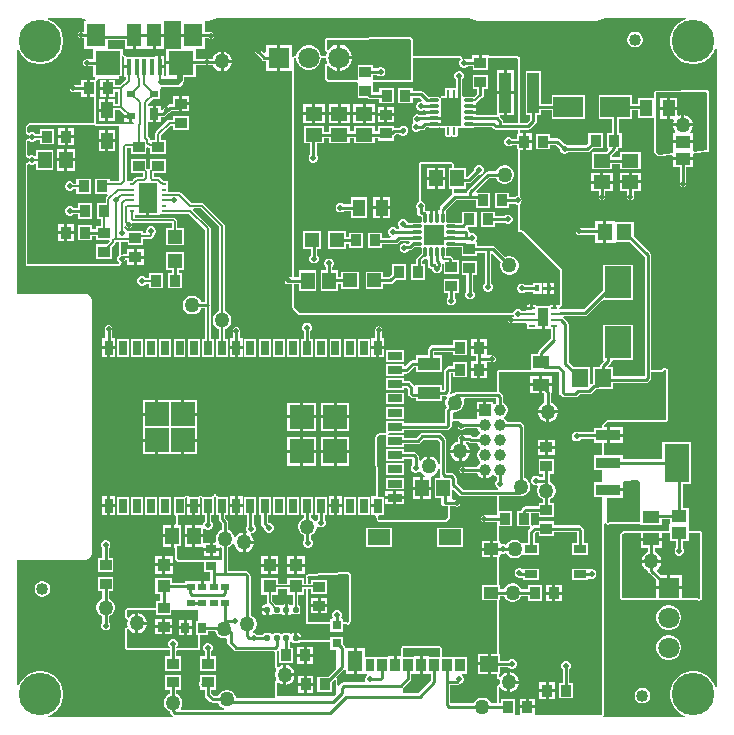
<source format=gtl>
G04*
G04 #@! TF.GenerationSoftware,Altium Limited,Altium Designer,21.9.2 (33)*
G04*
G04 Layer_Physical_Order=1*
G04 Layer_Color=255*
%FSLAX25Y25*%
%MOIN*%
G70*
G04*
G04 #@! TF.SameCoordinates,C603DD54-685B-4B9A-A4C2-A7D413009CF4*
G04*
G04*
G04 #@! TF.FilePolarity,Positive*
G04*
G01*
G75*
%ADD12C,0.01000*%
%ADD16C,0.00800*%
%ADD19C,0.00600*%
%ADD25R,0.08661X0.10630*%
%ADD26R,0.08465X0.12795*%
%ADD27R,0.08465X0.03740*%
%ADD28R,0.07874X0.07874*%
%ADD29R,0.04724X0.02756*%
%ADD30R,0.02756X0.04724*%
%ADD33R,0.05315X0.06102*%
%ADD34R,0.05512X0.04134*%
%ADD35R,0.03543X0.03937*%
%ADD36R,0.03543X0.02756*%
%ADD37R,0.04134X0.02559*%
G04:AMPARAMS|DCode=38|XSize=19.68mil|YSize=19.68mil|CornerRadius=2.46mil|HoleSize=0mil|Usage=FLASHONLY|Rotation=270.000|XOffset=0mil|YOffset=0mil|HoleType=Round|Shape=RoundedRectangle|*
%AMROUNDEDRECTD38*
21,1,0.01968,0.01476,0,0,270.0*
21,1,0.01476,0.01968,0,0,270.0*
1,1,0.00492,-0.00738,-0.00738*
1,1,0.00492,-0.00738,0.00738*
1,1,0.00492,0.00738,0.00738*
1,1,0.00492,0.00738,-0.00738*
%
%ADD38ROUNDEDRECTD38*%
%ADD39C,0.05000*%
%ADD40R,0.02756X0.02362*%
%ADD41R,0.02756X0.03937*%
%ADD42R,0.03937X0.05512*%
%ADD43R,0.07480X0.05315*%
%ADD44R,0.04724X0.03937*%
%ADD45R,0.06102X0.05315*%
%ADD46R,0.03347X0.04331*%
%ADD47R,0.02953X0.04331*%
%ADD48R,0.04606X0.07087*%
%ADD49R,0.04724X0.04724*%
%ADD50R,0.04724X0.04724*%
%ADD51R,0.03150X0.03150*%
%ADD52R,0.04724X0.07480*%
%ADD53R,0.06299X0.07480*%
%ADD54R,0.08268X0.07874*%
%ADD55R,0.01575X0.05315*%
%ADD56R,0.04940X0.05733*%
%ADD57R,0.01772X0.02362*%
G04:AMPARAMS|DCode=58|XSize=9.84mil|YSize=19.68mil|CornerRadius=1.97mil|HoleSize=0mil|Usage=FLASHONLY|Rotation=90.000|XOffset=0mil|YOffset=0mil|HoleType=Round|Shape=RoundedRectangle|*
%AMROUNDEDRECTD58*
21,1,0.00984,0.01575,0,0,90.0*
21,1,0.00591,0.01968,0,0,90.0*
1,1,0.00394,0.00787,0.00295*
1,1,0.00394,0.00787,-0.00295*
1,1,0.00394,-0.00787,-0.00295*
1,1,0.00394,-0.00787,0.00295*
%
%ADD58ROUNDEDRECTD58*%
%ADD60R,0.09843X0.06693*%
%ADD61R,0.01575X0.00984*%
%ADD62R,0.06299X0.09843*%
%ADD63R,0.03858X0.13386*%
%ADD64R,0.05118X0.04134*%
%ADD65R,0.04528X0.05709*%
%ADD66R,0.03937X0.03543*%
%ADD67R,0.04331X0.04331*%
%ADD68R,0.02835X0.02362*%
%ADD69R,0.07480X0.04331*%
%ADD70R,0.05709X0.04528*%
%ADD71R,0.04134X0.05512*%
%ADD72R,0.02756X0.03543*%
%ADD133O,0.01102X0.03347*%
%ADD134O,0.03347X0.01102*%
%ADD135R,0.06693X0.06693*%
%ADD136C,0.04000*%
G04:AMPARAMS|DCode=137|XSize=35.43mil|YSize=62.99mil|CornerRadius=1.95mil|HoleSize=0mil|Usage=FLASHONLY|Rotation=0.000|XOffset=0mil|YOffset=0mil|HoleType=Round|Shape=RoundedRectangle|*
%AMROUNDEDRECTD137*
21,1,0.03543,0.05909,0,0,0.0*
21,1,0.03154,0.06299,0,0,0.0*
1,1,0.00390,0.01577,-0.02955*
1,1,0.00390,-0.01577,-0.02955*
1,1,0.00390,-0.01577,0.02955*
1,1,0.00390,0.01577,0.02955*
%
%ADD137ROUNDEDRECTD137*%
G04:AMPARAMS|DCode=138|XSize=64.96mil|YSize=94.49mil|CornerRadius=1.95mil|HoleSize=0mil|Usage=FLASHONLY|Rotation=0.000|XOffset=0mil|YOffset=0mil|HoleType=Round|Shape=RoundedRectangle|*
%AMROUNDEDRECTD138*
21,1,0.06496,0.09059,0,0,0.0*
21,1,0.06106,0.09449,0,0,0.0*
1,1,0.00390,0.03053,-0.04530*
1,1,0.00390,-0.03053,-0.04530*
1,1,0.00390,-0.03053,0.04530*
1,1,0.00390,0.03053,0.04530*
%
%ADD138ROUNDEDRECTD138*%
G04:AMPARAMS|DCode=139|XSize=11.02mil|YSize=33.47mil|CornerRadius=1.98mil|HoleSize=0mil|Usage=FLASHONLY|Rotation=90.000|XOffset=0mil|YOffset=0mil|HoleType=Round|Shape=RoundedRectangle|*
%AMROUNDEDRECTD139*
21,1,0.01102,0.02950,0,0,90.0*
21,1,0.00706,0.03347,0,0,90.0*
1,1,0.00397,0.01475,0.00353*
1,1,0.00397,0.01475,-0.00353*
1,1,0.00397,-0.01475,-0.00353*
1,1,0.00397,-0.01475,0.00353*
%
%ADD139ROUNDEDRECTD139*%
%ADD140C,0.00900*%
%ADD141C,0.02000*%
%ADD142R,0.01102X0.02756*%
%ADD143C,0.07087*%
%ADD144R,0.07087X0.07087*%
%ADD145C,0.03960*%
%ADD146R,0.03960X0.03960*%
%ADD147R,0.07087X0.07087*%
%ADD148C,0.14173*%
%ADD149C,0.01968*%
%ADD150C,0.02000*%
G36*
X224561Y234291D02*
X223327Y233780D01*
X222069Y232939D01*
X220998Y231868D01*
X220157Y230609D01*
X219577Y229211D01*
X219282Y227726D01*
Y226211D01*
X219577Y224726D01*
X220157Y223327D01*
X220998Y222069D01*
X222069Y220998D01*
X223327Y220157D01*
X224726Y219577D01*
X226211Y219282D01*
X227726D01*
X229211Y219577D01*
X230609Y220157D01*
X231868Y220998D01*
X232939Y222069D01*
X233780Y223327D01*
X234264Y224497D01*
X234765Y224397D01*
Y11823D01*
X234264Y11724D01*
X233780Y12893D01*
X232939Y14152D01*
X231868Y15223D01*
X230609Y16064D01*
X229211Y16643D01*
X227726Y16939D01*
X226211D01*
X224726Y16643D01*
X223327Y16064D01*
X222069Y15223D01*
X220998Y14152D01*
X220157Y12893D01*
X219577Y11494D01*
X219282Y10009D01*
Y8495D01*
X219577Y7010D01*
X220157Y5611D01*
X220998Y4352D01*
X222069Y3281D01*
X223327Y2440D01*
X224336Y2023D01*
X224236Y1523D01*
X197070D01*
X196971Y2023D01*
X197021Y2043D01*
X197211Y2503D01*
Y66108D01*
X197412Y66208D01*
X197711Y66261D01*
X198104Y65869D01*
X198563Y65678D01*
X199022Y65869D01*
X199212Y66058D01*
X209047D01*
X209144Y66099D01*
X209644Y65773D01*
Y65773D01*
X216356D01*
Y67578D01*
X219141D01*
Y66275D01*
X218941Y65858D01*
X218941Y65616D01*
Y63749D01*
X216556D01*
X216260Y63627D01*
X209740D01*
X209444Y63749D01*
X204430D01*
X204357Y63719D01*
X204278Y63731D01*
X203772Y63609D01*
X203716Y63569D01*
X203647Y63566D01*
X203228Y63368D01*
X203128Y63258D01*
X202997Y63186D01*
X202793Y62929D01*
X202733Y62723D01*
X202651Y62524D01*
Y41200D01*
X202841Y40741D01*
X203300Y40551D01*
X214357D01*
X214613Y40657D01*
X222787D01*
X223043Y40551D01*
X228401D01*
X228451Y40500D01*
X228581D01*
X228700Y40451D01*
X228819Y40500D01*
X228948D01*
X229449Y40707D01*
X229540Y40799D01*
X229659Y40848D01*
X229709Y40967D01*
X229800Y41059D01*
Y41188D01*
X229849Y41307D01*
Y63100D01*
X229659Y63559D01*
X229200Y63749D01*
X225659D01*
X225659Y65858D01*
X225459Y66275D01*
Y71367D01*
X223422D01*
Y79502D01*
X226250D01*
Y93498D01*
X216585D01*
Y87622D01*
X203415D01*
Y88970D01*
X197211D01*
Y92885D01*
X198083D01*
Y95555D01*
Y98225D01*
X197211D01*
Y98888D01*
X198295Y99972D01*
X217861D01*
X218320Y100162D01*
X218510Y100622D01*
Y117223D01*
X218461Y117342D01*
Y117472D01*
X218369Y117563D01*
X218320Y117682D01*
X218201Y117732D01*
X218109Y117823D01*
X217609Y118030D01*
X217480D01*
X217361Y118079D01*
X217241Y118030D01*
X217112D01*
X217021Y117939D01*
X216901Y117889D01*
X216287Y117275D01*
X212930D01*
Y155568D01*
X212930Y155568D01*
X212844Y155997D01*
X212601Y156361D01*
X212601Y156361D01*
X207066Y161897D01*
Y166847D01*
X201181D01*
X200764Y167047D01*
X200509Y167047D01*
X197994D01*
Y163380D01*
Y159714D01*
X200509D01*
X200764Y159714D01*
X201181Y159914D01*
X205876D01*
X210687Y155103D01*
Y115303D01*
X200144D01*
Y118198D01*
X198718D01*
X198527Y118660D01*
X199368Y119501D01*
X199368Y119501D01*
X199611Y119865D01*
X199697Y120294D01*
X200042Y120608D01*
X206804D01*
Y132439D01*
X196943D01*
Y120609D01*
X196943D01*
X197048Y120354D01*
X196094Y119399D01*
X195850Y119035D01*
X195765Y118606D01*
X195482Y118198D01*
X193629D01*
Y113059D01*
X193493Y113032D01*
X193130Y112789D01*
X193130Y112789D01*
X192929Y112588D01*
X192467Y112779D01*
Y118198D01*
X187144D01*
X185379Y119963D01*
Y132638D01*
X185294Y133067D01*
X185050Y133431D01*
X185050Y133431D01*
X183694Y134787D01*
X183661Y134810D01*
X183812Y135310D01*
X190846D01*
X190846Y135310D01*
X191275Y135395D01*
X191639Y135638D01*
X196507Y140506D01*
X196943Y140687D01*
Y140687D01*
X196943Y140687D01*
X206804D01*
Y152517D01*
X196943D01*
Y144044D01*
X196730Y143902D01*
X196730Y143902D01*
X190381Y137553D01*
X182693D01*
X182571Y137573D01*
X182215Y137975D01*
X182449Y138379D01*
X182823Y138523D01*
X182922Y138618D01*
X183049Y138670D01*
X183095Y138782D01*
X183183Y138866D01*
X183186Y139003D01*
X183239Y139129D01*
Y150576D01*
X183049Y151035D01*
X170257Y163826D01*
X169798Y164016D01*
X169267D01*
Y172315D01*
X169076Y172774D01*
X169379Y173122D01*
X169622Y173485D01*
X169707Y173915D01*
X169622Y174344D01*
X169379Y174708D01*
X169076Y175055D01*
X169267Y175514D01*
Y190692D01*
X170016D01*
Y193460D01*
Y196229D01*
X169267D01*
Y197440D01*
X171894D01*
X171894Y197440D01*
X172323Y197525D01*
X172687Y197768D01*
X174458Y199540D01*
X174458Y199540D01*
X174701Y199904D01*
X174787Y200333D01*
Y202506D01*
X176195D01*
Y203914D01*
X179731D01*
Y201089D01*
X190773D01*
Y208982D01*
X179731D01*
Y206157D01*
X176195D01*
Y217092D01*
X171136D01*
Y202506D01*
X172544D01*
Y200798D01*
X171429Y199683D01*
X169267D01*
Y221083D01*
X169223Y221189D01*
X169228Y221303D01*
X169131Y221410D01*
X169076Y221542D01*
X168971Y221586D01*
X168894Y221671D01*
X168475Y221868D01*
X168332Y221874D01*
X168199Y221929D01*
X158768D01*
Y222321D01*
X156500D01*
Y219750D01*
X155500D01*
Y222321D01*
X153232D01*
Y220871D01*
X150615D01*
X150494Y220847D01*
X150455Y220841D01*
X150041Y221006D01*
X149911Y221202D01*
X149776Y221529D01*
X149685Y221620D01*
X149635Y221739D01*
X149516Y221789D01*
X149424Y221880D01*
X149295D01*
X149176Y221929D01*
X133656D01*
Y227327D01*
X133656Y227328D01*
X133656Y227330D01*
X133561Y227558D01*
X133466Y227786D01*
X133465Y227787D01*
X133464Y227788D01*
X133109Y228140D01*
X133108Y228141D01*
X133107Y228142D01*
X132879Y228235D01*
X132649Y228329D01*
X132648Y228328D01*
X132647Y228329D01*
X104914Y228111D01*
X104796Y228061D01*
X104668Y228060D01*
X104576Y227968D01*
X104456Y227917D01*
X104408Y227798D01*
X104318Y227708D01*
X104131Y227251D01*
X104132Y227123D01*
X104083Y227005D01*
Y224189D01*
X104148Y224032D01*
X104170Y223864D01*
X104239Y223811D01*
X104273Y223730D01*
X104429Y223665D01*
X104564Y223562D01*
X104579Y223558D01*
X104705Y223380D01*
X104859Y222965D01*
X104615Y222055D01*
Y221929D01*
X102901D01*
Y222055D01*
X102619Y223109D01*
X102073Y224053D01*
X101302Y224825D01*
X100357Y225370D01*
X99303Y225653D01*
X98212D01*
X97159Y225370D01*
X96214Y224825D01*
X95442Y224053D01*
X94897Y223109D01*
X94615Y222055D01*
Y221929D01*
X93818D01*
X93601Y221840D01*
X93101Y222135D01*
Y225853D01*
X89258D01*
Y221509D01*
Y217166D01*
X92669D01*
X93101Y217166D01*
X93169Y216694D01*
Y148222D01*
X92303D01*
X92281Y148236D01*
X91852Y148322D01*
X91423Y148236D01*
X91059Y147993D01*
X90816Y147629D01*
X90804Y147572D01*
X90763Y147510D01*
X90681Y147100D01*
X90763Y146690D01*
X90995Y146343D01*
X91342Y146111D01*
X91499Y146080D01*
X91523Y146064D01*
X91952Y145978D01*
X91952Y145978D01*
X93169D01*
Y138246D01*
X93359Y137787D01*
X95382Y135764D01*
X95841Y135574D01*
X96300Y135764D01*
X96318Y135782D01*
X166924D01*
X166964Y135799D01*
X167138Y135749D01*
X167273Y135503D01*
X166978Y135003D01*
X166217D01*
X165827Y134925D01*
X165496Y134704D01*
X165485Y134693D01*
X165264Y134362D01*
X165187Y133972D01*
X165264Y133582D01*
X165485Y133251D01*
X165816Y133030D01*
X166206Y132952D01*
X166262Y132963D01*
X171207D01*
X171303Y132879D01*
X171553Y132463D01*
X171525Y132321D01*
Y131730D01*
X171587Y131419D01*
X171763Y131156D01*
X172027Y130980D01*
X172337Y130918D01*
X173912D01*
X174223Y130980D01*
X174487Y131156D01*
X174725Y131203D01*
X174900Y131086D01*
X175288Y131009D01*
X176365D01*
Y134978D01*
X177365D01*
Y131009D01*
X178442D01*
X178830Y131086D01*
X179005Y131203D01*
X179243Y131156D01*
X179507Y130980D01*
X179586Y130964D01*
Y128012D01*
X175346Y123772D01*
X175102Y123408D01*
X175017Y122979D01*
X174706Y122614D01*
X172783D01*
Y117280D01*
X172285Y117275D01*
X162051D01*
X161591Y117085D01*
X161401Y116626D01*
Y110122D01*
X148000D01*
X147571Y110036D01*
X147207Y109793D01*
X147207Y109793D01*
X147014Y109600D01*
X146992D01*
X146203Y109389D01*
X146171Y109370D01*
X145820Y109745D01*
X145950Y109940D01*
X146036Y110369D01*
X146036Y110369D01*
Y116378D01*
X146795D01*
Y114931D01*
X151538D01*
Y120069D01*
X146795D01*
Y118622D01*
X145500D01*
X145071Y118536D01*
X144707Y118293D01*
X144707Y118293D01*
X144121Y117707D01*
X143878Y117343D01*
X143793Y116914D01*
X143793Y116914D01*
Y110834D01*
X143738Y110779D01*
X143078D01*
Y112423D01*
X134398D01*
Y112288D01*
X133898Y112136D01*
X133793Y112293D01*
X132710Y113376D01*
X132346Y113619D01*
X131917Y113704D01*
X131917Y113704D01*
X130464D01*
Y114561D01*
X124540D01*
Y110605D01*
X130464D01*
Y111461D01*
X131453D01*
X131878Y111035D01*
Y109498D01*
X131878Y109498D01*
X131964Y109069D01*
X132207Y108705D01*
X132705Y108207D01*
X133069Y107964D01*
X133498Y107878D01*
X133498Y107878D01*
X134398D01*
Y106892D01*
X143078D01*
Y108536D01*
X144203D01*
X144203Y108536D01*
X144446Y108584D01*
X144782Y108166D01*
X144511Y107697D01*
X144300Y106908D01*
Y106092D01*
X144511Y105303D01*
X144730Y104923D01*
X144515Y104707D01*
X144272Y104343D01*
X144186Y103914D01*
X144186Y103914D01*
Y99531D01*
X130464D01*
Y100387D01*
X124540D01*
Y96431D01*
X124121Y96236D01*
X122105D01*
X121880Y96143D01*
X121654Y96055D01*
X121161Y95579D01*
X121156Y95569D01*
X121146Y95564D01*
X121058Y95342D01*
X120962Y95123D01*
X120966Y95113D01*
X120962Y95102D01*
X121242Y75565D01*
X120891Y75209D01*
X119651D01*
Y72547D01*
X121829D01*
Y71547D01*
X119651D01*
Y68885D01*
X120876D01*
X121340Y68720D01*
X121359Y67421D01*
X121455Y67196D01*
X121549Y66970D01*
X121553Y66969D01*
X121555Y66964D01*
X121782Y66874D01*
X122008Y66780D01*
X144372D01*
X144831Y66970D01*
X145774Y67914D01*
X145964Y68373D01*
Y71936D01*
X147563D01*
X147662Y71870D01*
X148092Y71784D01*
X148521Y71870D01*
X148885Y72113D01*
X149128Y72477D01*
X149213Y72906D01*
X149128Y73335D01*
X148885Y73699D01*
X148733Y73851D01*
X148369Y74094D01*
X147940Y74180D01*
X147940Y74180D01*
X147038D01*
X146607Y74346D01*
Y77239D01*
X147069Y77431D01*
X148905Y75594D01*
X148905Y75594D01*
X149269Y75351D01*
X149698Y75266D01*
X161401D01*
Y70368D01*
X161591Y69909D01*
X161629Y69894D01*
Y68922D01*
X157315D01*
X156886Y68836D01*
X156522Y68593D01*
X156279Y68229D01*
X156194Y67800D01*
X156279Y67371D01*
X156522Y67007D01*
X156886Y66764D01*
X157315Y66678D01*
X161629D01*
Y65706D01*
X161591Y65691D01*
X161401Y65232D01*
Y60453D01*
X160085D01*
Y57685D01*
Y54916D01*
X161401D01*
Y45686D01*
X156623D01*
Y40549D01*
X161401D01*
Y22855D01*
X159396D01*
Y19397D01*
Y15940D01*
X161401D01*
Y15001D01*
X161466Y14845D01*
X161488Y14677D01*
X161558Y14623D01*
X161591Y14542D01*
X161748Y14477D01*
X161882Y14374D01*
X162020Y14337D01*
X162387Y13775D01*
X162380Y13750D01*
Y12934D01*
X162387Y12909D01*
X162020Y12346D01*
X161882Y12309D01*
X161748Y12206D01*
X161591Y12141D01*
X161558Y12060D01*
X161488Y12007D01*
X161466Y11839D01*
X161401Y11682D01*
Y6204D01*
X159541D01*
X159521Y6279D01*
X159113Y6986D01*
X158535Y7563D01*
X157828Y7971D01*
X157040Y8182D01*
X156224D01*
X155435Y7971D01*
X154728Y7563D01*
X154151Y6986D01*
X153743Y6279D01*
X153723Y6204D01*
X146002D01*
Y12349D01*
X148035D01*
X148035Y12349D01*
X148465Y12435D01*
X148808Y12664D01*
X149147D01*
X149735Y12908D01*
X150185Y13358D01*
X150429Y13946D01*
Y14582D01*
X150185Y15170D01*
X149735Y15620D01*
X149688Y15640D01*
X149788Y16140D01*
X151484D01*
Y21671D01*
X143035D01*
Y24661D01*
X142845Y25120D01*
X142385Y25310D01*
X130400D01*
X130283Y25262D01*
X130156Y25262D01*
X130004Y25201D01*
X129914Y25112D01*
X129796Y25065D01*
X129744Y24944D01*
X129650Y24852D01*
X129649Y24725D01*
X129599Y24609D01*
X129559Y22037D01*
X129095Y21871D01*
X128057D01*
Y18905D01*
X127057D01*
Y21871D01*
X125084D01*
Y21671D01*
X117432D01*
Y24626D01*
X114829D01*
Y20283D01*
Y15940D01*
X117432D01*
Y16140D01*
X118120D01*
X118219Y15640D01*
X118186Y15626D01*
X117736Y15176D01*
X117492Y14588D01*
Y13951D01*
X117592Y13712D01*
X117258Y13211D01*
X110350D01*
X110350Y13212D01*
X109921Y13126D01*
X109557Y12883D01*
X109557Y12883D01*
X108927Y12253D01*
X108829Y12106D01*
X108329Y12257D01*
Y13923D01*
X108279Y14043D01*
Y14172D01*
X108188Y14263D01*
X108139Y14383D01*
X107997Y14894D01*
X110513Y17411D01*
X110513Y17411D01*
X111143Y17456D01*
X111226Y17396D01*
Y15940D01*
X113829D01*
Y20283D01*
Y24626D01*
X111226D01*
X110824Y24863D01*
X110756Y25202D01*
X110513Y25565D01*
X110513Y25565D01*
X110320Y25759D01*
Y28522D01*
X105971D01*
Y27348D01*
X96211D01*
Y27512D01*
X94407D01*
Y28012D01*
X93907D01*
Y29816D01*
X93669D01*
X93260Y29735D01*
X92914Y29504D01*
X92337Y29539D01*
X92325Y29547D01*
X91995Y29613D01*
X90519D01*
X90189Y29547D01*
X89909Y29360D01*
X89456D01*
X89176Y29547D01*
X88846Y29613D01*
X87369D01*
X87039Y29547D01*
X86759Y29360D01*
X86306D01*
X86026Y29547D01*
X85696Y29613D01*
X84220D01*
X83890Y29547D01*
X83610Y29360D01*
X83450Y29122D01*
X81650D01*
X81253Y29518D01*
X80665Y29761D01*
X80409D01*
X80266Y30081D01*
X80245Y30261D01*
X80781Y30797D01*
X81189Y31504D01*
X81400Y32293D01*
Y33109D01*
X81189Y33897D01*
X80781Y34604D01*
X80203Y35181D01*
X79497Y35589D01*
X79422Y35609D01*
Y48614D01*
X79336Y49043D01*
X79093Y49407D01*
X79093Y49407D01*
X78507Y49993D01*
X78143Y50236D01*
X77714Y50322D01*
X77714Y50322D01*
X71950D01*
Y58190D01*
X72025Y58210D01*
X72732Y58618D01*
X73309Y59196D01*
X73444Y59429D01*
X73569Y59437D01*
X73965Y59331D01*
X74155Y58622D01*
X74589Y57870D01*
X75204Y57255D01*
X75956Y56821D01*
X76730Y56613D01*
Y59896D01*
Y63178D01*
X75956Y62971D01*
X75204Y62537D01*
X74589Y61922D01*
X74407Y61607D01*
X73879Y61692D01*
X73717Y62296D01*
X73309Y63003D01*
X72732Y63580D01*
X72025Y63988D01*
X71950Y64008D01*
Y66672D01*
X71950Y66672D01*
X71864Y67101D01*
X71621Y67465D01*
X71621Y67465D01*
X70982Y68104D01*
Y69085D01*
X71838D01*
Y75010D01*
X68998D01*
X68529Y75069D01*
X68426Y75265D01*
X68341Y75469D01*
X68312Y75481D01*
X68297Y75509D01*
X67925Y75818D01*
X67714Y75883D01*
X67651Y75910D01*
X67545Y75965D01*
X67529Y75960D01*
X67510Y75968D01*
X67486D01*
X67467Y75960D01*
X67451Y75965D01*
X67345Y75910D01*
X67282Y75883D01*
X67071Y75818D01*
X66699Y75509D01*
X66684Y75481D01*
X66655Y75469D01*
X66570Y75265D01*
X66467Y75069D01*
X65998Y75010D01*
X63607D01*
X63560Y75029D01*
X63526Y75081D01*
X63072Y75394D01*
X62934Y75424D01*
X62879Y75475D01*
X62827Y75472D01*
X62762Y75507D01*
X62717Y75511D01*
X62640Y75487D01*
X62586Y75498D01*
X62524Y75458D01*
X62382Y75452D01*
X62313Y75420D01*
X62269Y75371D01*
X62242Y75363D01*
X62225Y75330D01*
X62130Y75291D01*
X62075Y75158D01*
X61979Y75052D01*
X61938Y75010D01*
X58885D01*
X58844Y75052D01*
X58748Y75158D01*
X58693Y75291D01*
X58587Y75335D01*
X58509Y75420D01*
X58441Y75452D01*
X58367Y75455D01*
X58306Y75498D01*
X58126Y75466D01*
X57944Y75475D01*
X57890Y75425D01*
X57817Y75412D01*
X57317Y75094D01*
X57274Y75034D01*
X57215Y75010D01*
X53709D01*
Y69085D01*
X54118D01*
X54467Y68727D01*
X54399Y65913D01*
X53933Y65740D01*
X53825D01*
Y62086D01*
Y58432D01*
X53861D01*
X54211Y58074D01*
X54127Y54602D01*
X54130Y54594D01*
X54127Y54586D01*
X54220Y54363D01*
X54306Y54138D01*
X54314Y54135D01*
X54317Y54127D01*
X54784Y53660D01*
X55244Y53470D01*
X63925D01*
Y50065D01*
X65888D01*
Y47185D01*
X65408Y47137D01*
Y47137D01*
X63691D01*
Y45156D01*
X62691D01*
Y47137D01*
X60973D01*
Y46937D01*
X57354D01*
Y46522D01*
X53165D01*
Y48165D01*
X47635D01*
Y42635D01*
X49278D01*
Y40507D01*
X47831D01*
Y37998D01*
X38361D01*
X37901Y37808D01*
X37760Y37667D01*
X37570Y37208D01*
Y34938D01*
X37635Y34781D01*
X37657Y34613D01*
X37727Y34560D01*
X37760Y34479D01*
X37917Y34414D01*
X38052Y34310D01*
X38109Y34295D01*
X38110Y34295D01*
X38439Y33696D01*
X38339Y33321D01*
Y32505D01*
X38439Y32131D01*
X38110Y31532D01*
X38109Y31531D01*
X38052Y31516D01*
X37917Y31413D01*
X37760Y31348D01*
X37727Y31267D01*
X37657Y31213D01*
X37635Y31045D01*
X37570Y30889D01*
Y24596D01*
X37760Y24137D01*
X37831Y24067D01*
X38290Y23877D01*
X52360D01*
X52400Y23850D01*
Y21867D01*
X50953D01*
Y17124D01*
X56090D01*
Y21867D01*
X54643D01*
Y23850D01*
X54684Y23877D01*
X61963D01*
X62422Y24067D01*
X62613Y24526D01*
Y29071D01*
X65114D01*
Y30321D01*
X67642D01*
X67781Y29803D01*
X68189Y29097D01*
X68766Y28519D01*
X69473Y28111D01*
X70262Y27900D01*
X71078D01*
X71177Y27927D01*
X71574Y27622D01*
Y26667D01*
X71574Y26667D01*
X71659Y26238D01*
X71903Y25874D01*
X73770Y24007D01*
X74133Y23764D01*
X74563Y23678D01*
X74563Y23678D01*
X87103D01*
X87456Y23325D01*
X87453Y18486D01*
X87502Y18367D01*
X87502Y18238D01*
X87594Y18146D01*
X87643Y18027D01*
X87762Y17978D01*
X87854Y17886D01*
X88008Y17281D01*
X87838Y16986D01*
X87627Y16198D01*
Y15382D01*
X87838Y14593D01*
X88006Y14303D01*
X87851Y13697D01*
X87760Y13606D01*
X87640Y13557D01*
X87591Y13437D01*
X87499Y13346D01*
X87499Y13217D01*
X87450Y13098D01*
X87447Y8917D01*
X87447Y8917D01*
X87447Y8917D01*
X87543Y8686D01*
X87637Y8457D01*
X87637Y8457D01*
X87637Y8457D01*
X87662Y8433D01*
X87454Y7933D01*
X74586D01*
Y7970D01*
X74375Y8759D01*
X73966Y9466D01*
X73389Y10043D01*
X72682Y10451D01*
X71894Y10662D01*
X71078D01*
X70289Y10451D01*
X69582Y10043D01*
X69005Y9466D01*
X68597Y8759D01*
X68577Y8684D01*
X67215D01*
X66257Y9641D01*
Y10825D01*
X67704D01*
Y15568D01*
X62567D01*
Y13622D01*
X62498Y13575D01*
X62254Y13212D01*
X62169Y12782D01*
X62254Y12353D01*
X62498Y11989D01*
X62567Y11943D01*
Y10825D01*
X64014D01*
Y9177D01*
X64014Y9177D01*
X64100Y8748D01*
X64343Y8384D01*
X65957Y6769D01*
X65957Y6769D01*
X66321Y6526D01*
X66751Y6441D01*
X66751Y6441D01*
X68577D01*
X68597Y6366D01*
X69005Y5659D01*
X69582Y5082D01*
X70289Y4674D01*
X70483Y4622D01*
X70418Y4121D01*
X56181D01*
X56083Y4357D01*
X56017Y4622D01*
X56411Y5303D01*
X56622Y6092D01*
Y6908D01*
X56411Y7697D01*
X56003Y8403D01*
X55425Y8981D01*
X54719Y9389D01*
X54643Y9409D01*
Y10825D01*
X56090D01*
Y15568D01*
X50953D01*
Y10825D01*
X52400D01*
Y9409D01*
X52325Y9389D01*
X51618Y8981D01*
X51041Y8403D01*
X50633Y7697D01*
X50422Y6908D01*
Y6092D01*
X50633Y5303D01*
X51041Y4597D01*
X51618Y4019D01*
X52325Y3611D01*
X52400Y3591D01*
Y3586D01*
X52400Y3586D01*
X52486Y3157D01*
X52729Y2793D01*
X53315Y2207D01*
X53315Y2207D01*
X53591Y2023D01*
X53539Y1604D01*
X53507Y1523D01*
X11984D01*
X11885Y2023D01*
X12893Y2440D01*
X14152Y3281D01*
X15223Y4352D01*
X16064Y5611D01*
X16643Y7010D01*
X16939Y8495D01*
Y10009D01*
X16643Y11494D01*
X16064Y12893D01*
X15223Y14152D01*
X14152Y15223D01*
X12893Y16064D01*
X11494Y16643D01*
X10009Y16939D01*
X8495D01*
X7010Y16643D01*
X5611Y16064D01*
X4352Y15223D01*
X3281Y14152D01*
X2440Y12893D01*
X2173Y12247D01*
X1673Y12347D01*
Y54098D01*
X24016D01*
X24072Y54110D01*
X24129Y54105D01*
X24479Y54144D01*
X24589Y54179D01*
X24702Y54195D01*
X25036Y54311D01*
X25134Y54369D01*
X25242Y54410D01*
X25540Y54598D01*
X25624Y54676D01*
X25719Y54740D01*
X25969Y54989D01*
X26032Y55085D01*
X26111Y55168D01*
X26299Y55467D01*
X26340Y55574D01*
X26398Y55673D01*
X26514Y56006D01*
X26530Y56120D01*
X26565Y56229D01*
X26604Y56580D01*
X26599Y56637D01*
X26610Y56693D01*
X26610Y140157D01*
X26599Y140213D01*
X26604Y140270D01*
X26565Y140621D01*
X26530Y140730D01*
X26514Y140844D01*
X26398Y141177D01*
X26340Y141276D01*
X26299Y141383D01*
X26111Y141682D01*
X26032Y141765D01*
X25969Y141861D01*
X25719Y142110D01*
X25624Y142174D01*
X25540Y142253D01*
X25242Y142440D01*
X25134Y142481D01*
X25035Y142540D01*
X24702Y142656D01*
X24589Y142672D01*
X24479Y142706D01*
X24129Y142745D01*
X24072Y142741D01*
X24016Y142752D01*
X1673D01*
Y223874D01*
X2173Y223973D01*
X2440Y223327D01*
X3281Y222069D01*
X4352Y220998D01*
X5611Y220157D01*
X7010Y219577D01*
X8495Y219282D01*
X10009D01*
X11494Y219577D01*
X12893Y220157D01*
X14152Y220998D01*
X15223Y222069D01*
X16064Y223327D01*
X16643Y224726D01*
X16939Y226211D01*
Y227726D01*
X16643Y229211D01*
X16064Y230609D01*
X15223Y231868D01*
X14152Y232939D01*
X12893Y233780D01*
X11660Y234291D01*
X11759Y234791D01*
X22879D01*
X22919Y234755D01*
X23662Y234321D01*
X23765Y234285D01*
X23859Y234232D01*
X24444Y234040D01*
X24364Y233540D01*
X23867D01*
Y230121D01*
X23265D01*
X22837Y230206D01*
X22408Y230121D01*
X22044Y229878D01*
X21801Y229514D01*
X21716Y229085D01*
X21801Y228656D01*
X22044Y228292D01*
X22129Y228207D01*
X22129Y228207D01*
X22493Y227964D01*
X22922Y227878D01*
X22922Y227878D01*
X23867D01*
Y224460D01*
X26820D01*
Y220870D01*
X24685D01*
X24256Y220784D01*
X23892Y220541D01*
X23649Y220177D01*
X23563Y219748D01*
X23649Y219319D01*
X23892Y218955D01*
X24256Y218712D01*
X24685Y218626D01*
X26820D01*
Y215011D01*
X27442D01*
X27621Y214704D01*
X27649Y214511D01*
X27367Y214228D01*
X27367Y214228D01*
X27367Y214228D01*
X27366Y214227D01*
X27277Y214012D01*
X27259Y213968D01*
X25954D01*
Y211200D01*
Y208432D01*
X27167D01*
Y199749D01*
X5900D01*
X5441Y199559D01*
X4541Y198659D01*
X4351Y198200D01*
Y196611D01*
X4400Y196492D01*
Y196362D01*
X4491Y196271D01*
X4541Y196152D01*
X4660Y196102D01*
X4752Y196011D01*
X5252Y195804D01*
X5404Y195654D01*
X5551Y195460D01*
X5580Y195292D01*
X5541Y195100D01*
X5580Y194908D01*
X5551Y194740D01*
X5404Y194546D01*
X5252Y194396D01*
X4752Y194189D01*
X4660Y194098D01*
X4541Y194048D01*
X4491Y193929D01*
X4400Y193838D01*
Y193709D01*
X4351Y193589D01*
Y188956D01*
X4400Y188837D01*
Y188708D01*
X4491Y188617D01*
X4541Y188497D01*
X4660Y188448D01*
X4752Y188356D01*
X5235Y188156D01*
X5253Y188147D01*
X5411Y187947D01*
X5531Y187767D01*
X5543Y187638D01*
X5496Y187400D01*
X5543Y187162D01*
X5531Y187033D01*
X5411Y186853D01*
X5253Y186653D01*
X5235Y186644D01*
X4752Y186443D01*
X4660Y186352D01*
X4541Y186303D01*
X4491Y186183D01*
X4400Y186092D01*
Y185963D01*
X4351Y185844D01*
Y152600D01*
X4541Y152141D01*
X5000Y151951D01*
X35400D01*
X35859Y152141D01*
X36049Y152600D01*
Y153138D01*
X36369Y153494D01*
X36484Y153562D01*
X36487Y153561D01*
X36839Y153631D01*
X37136Y153830D01*
X37360Y154054D01*
X38198D01*
Y152400D01*
X40466D01*
Y154972D01*
Y157543D01*
X38198D01*
Y155889D01*
X36980D01*
X36629Y155819D01*
X36549Y155766D01*
X36049Y156030D01*
Y159959D01*
X38398D01*
Y158899D01*
X43535D01*
Y161110D01*
X45887D01*
X46238Y161180D01*
X46536Y161379D01*
X46887Y161731D01*
X47086Y162028D01*
X47137Y162286D01*
X47558Y162707D01*
X47802Y163295D01*
Y163931D01*
X47558Y164519D01*
X47108Y164969D01*
X46520Y165213D01*
X45883D01*
X45295Y164969D01*
X44845Y164519D01*
X44602Y163931D01*
Y163295D01*
X44368Y162946D01*
X43535D01*
Y163642D01*
X38398D01*
X38000Y163890D01*
X37923Y164077D01*
X37473Y164527D01*
X37334Y164585D01*
Y165085D01*
X37796Y165276D01*
X38191Y164880D01*
X38489Y164681D01*
X38840Y164611D01*
X39191Y164681D01*
X39489Y164880D01*
X39688Y165178D01*
X39758Y165529D01*
X39688Y165880D01*
X40007Y166304D01*
X40137Y166278D01*
X53139D01*
Y164798D01*
X51287D01*
Y158873D01*
X57212D01*
Y164798D01*
X54975D01*
Y166844D01*
X54905Y167195D01*
X54706Y167493D01*
X54355Y167844D01*
X54057Y168043D01*
X53706Y168113D01*
X40703D01*
Y168953D01*
X41150Y169079D01*
Y169079D01*
X44600D01*
Y174800D01*
X45600D01*
Y169079D01*
X49050D01*
Y169279D01*
X51802D01*
Y169453D01*
X58920D01*
X64218Y164155D01*
Y140122D01*
X62795D01*
X62774Y140197D01*
X62366Y140903D01*
X61789Y141481D01*
X61082Y141889D01*
X60294Y142100D01*
X59478D01*
X58689Y141889D01*
X57982Y141481D01*
X57405Y140903D01*
X56997Y140197D01*
X56786Y139408D01*
Y138592D01*
X56997Y137803D01*
X57405Y137097D01*
X57982Y136519D01*
X58689Y136111D01*
X59478Y135900D01*
X60294D01*
X61082Y136111D01*
X61789Y136519D01*
X62366Y137097D01*
X62774Y137803D01*
X62795Y137878D01*
X64218D01*
Y127765D01*
X63158D01*
Y121841D01*
X67114D01*
Y127765D01*
X66053D01*
Y138393D01*
X66172Y138571D01*
X66257Y139000D01*
X66172Y139429D01*
X66053Y139607D01*
Y164535D01*
X65984Y164886D01*
X65785Y165184D01*
X60244Y170725D01*
X60451Y171225D01*
X62677D01*
X68943Y164960D01*
Y162750D01*
Y136963D01*
X68664Y136889D01*
X67957Y136481D01*
X67380Y135903D01*
X66971Y135197D01*
X66760Y134408D01*
Y133592D01*
X66971Y132803D01*
X67380Y132097D01*
X67957Y131519D01*
X68664Y131111D01*
X68943Y131036D01*
Y127765D01*
X67882D01*
Y121841D01*
X71838D01*
Y127765D01*
X70778D01*
Y131036D01*
X71057Y131111D01*
X71764Y131519D01*
X72341Y132097D01*
X72749Y132803D01*
X72960Y133592D01*
Y134408D01*
X72749Y135197D01*
X72341Y135903D01*
X71764Y136481D01*
X71057Y136889D01*
X70778Y136963D01*
Y162750D01*
Y165340D01*
X70708Y165691D01*
X70509Y165989D01*
X63706Y172791D01*
X63409Y172990D01*
X63058Y173060D01*
X59680D01*
X56277Y176463D01*
X55980Y176662D01*
X55628Y176732D01*
X52912D01*
X52561Y176662D01*
X52473Y176603D01*
X51802D01*
Y180321D01*
X50469D01*
X50044Y180747D01*
X49971Y180856D01*
X49385Y181442D01*
X49054Y181663D01*
X48664Y181741D01*
X47185D01*
Y183097D01*
X47242Y183108D01*
X51083D01*
Y187851D01*
X45946D01*
Y184851D01*
X45913Y184829D01*
X45590Y184506D01*
X45265Y184412D01*
X44940Y184506D01*
X44617Y184829D01*
X44583Y184851D01*
Y187851D01*
X39446D01*
Y183108D01*
X43288D01*
X43345Y183097D01*
Y181777D01*
X43309Y181741D01*
X41536D01*
X41146Y181663D01*
X40815Y181442D01*
X40229Y180856D01*
X40156Y180747D01*
X39731Y180321D01*
X38719D01*
X38398Y180321D01*
X38272Y180769D01*
Y191312D01*
X39446D01*
Y189407D01*
X44583D01*
Y191412D01*
X45045Y191604D01*
X45094Y191555D01*
X45425Y191334D01*
X45815Y191256D01*
X45946D01*
Y189407D01*
X51083D01*
Y194150D01*
X49535D01*
Y195546D01*
X52772Y198784D01*
X53594D01*
Y197432D01*
X58732D01*
Y202175D01*
X53594D01*
Y200823D01*
X52350D01*
X51960Y200745D01*
X51629Y200524D01*
X47794Y196689D01*
X47573Y196359D01*
X47495Y195968D01*
Y194150D01*
X45966D01*
X45926Y194355D01*
X45704Y194686D01*
X45307Y195083D01*
Y199932D01*
X46825D01*
Y202700D01*
Y205469D01*
X45307D01*
Y206130D01*
X46789Y207612D01*
X49303D01*
Y211098D01*
X49394Y211315D01*
X49557Y211569D01*
X55328D01*
X55953Y211693D01*
X56482Y212047D01*
X56836Y212576D01*
X56960Y213200D01*
X56952Y213238D01*
X56956Y213242D01*
X57199Y213605D01*
X57285Y214035D01*
X57284Y214035D01*
Y215011D01*
X61097D01*
Y218909D01*
X66847D01*
X67276Y218165D01*
X67890Y217551D01*
X68643Y217116D01*
X69417Y216909D01*
Y220192D01*
Y223474D01*
X68643Y223267D01*
X67890Y222832D01*
X67276Y222218D01*
X66842Y221465D01*
X66758Y221152D01*
X61097D01*
Y224460D01*
X64050D01*
Y227878D01*
X65447D01*
X65780Y227656D01*
X66210Y227571D01*
X66639Y227656D01*
X67003Y227899D01*
X67246Y228263D01*
X67331Y228692D01*
X67246Y229121D01*
X67003Y229485D01*
X66695Y229793D01*
X66331Y230036D01*
X65902Y230122D01*
X65901Y230121D01*
X64050D01*
Y233323D01*
X64050Y233540D01*
X64433Y233823D01*
X65220D01*
X65273Y233833D01*
X65327Y233828D01*
X66184Y233918D01*
X66287Y233951D01*
X66395Y233964D01*
X67213Y234233D01*
X67308Y234286D01*
X67411Y234322D01*
X68154Y234758D01*
X68191Y234791D01*
X152147D01*
X152187Y234755D01*
X152930Y234321D01*
X153032Y234285D01*
X153127Y234232D01*
X153944Y233964D01*
X154052Y233951D01*
X154156Y233919D01*
X155011Y233828D01*
X155065Y233834D01*
X155118Y233823D01*
X194488D01*
X194541Y233833D01*
X194595Y233828D01*
X195451Y233918D01*
X195555Y233951D01*
X195663Y233964D01*
X196481Y234233D01*
X196576Y234286D01*
X196679Y234322D01*
X197422Y234758D01*
X197459Y234791D01*
X224461D01*
X224561Y234291D01*
D02*
G37*
G36*
X56150Y233540D02*
X56150Y233323D01*
Y229500D01*
X60100D01*
Y228500D01*
X56150D01*
Y224485D01*
X51229D01*
Y220248D01*
X56163D01*
Y219248D01*
X51229D01*
Y215489D01*
X50946Y215326D01*
X50664Y215489D01*
Y217969D01*
X49076D01*
Y218468D01*
X48576D01*
Y221926D01*
X47489D01*
Y221726D01*
X37859D01*
X37798Y221846D01*
X37712Y222053D01*
X37686Y222064D01*
X37673Y222089D01*
X37201Y222490D01*
X37178Y222497D01*
X37166Y222518D01*
X36945Y222572D01*
X36728Y222642D01*
X36687Y223102D01*
Y224485D01*
X31766D01*
Y227293D01*
X37450D01*
Y224460D01*
X40112D01*
Y229000D01*
X41112D01*
Y224460D01*
X43774D01*
Y224460D01*
X44142D01*
Y224460D01*
X46805D01*
Y229000D01*
X47305D01*
Y229500D01*
X50467D01*
Y233323D01*
X50467Y233540D01*
X50850Y233823D01*
X55768D01*
X56150Y233540D01*
D02*
G37*
G36*
X168617Y221083D02*
Y199683D01*
X163571D01*
Y200161D01*
X163571Y200161D01*
X163489Y200571D01*
X163257Y200918D01*
X163257Y200919D01*
X162369Y201806D01*
X162576Y202306D01*
X163835D01*
Y209299D01*
X161606D01*
Y202602D01*
X161344Y202388D01*
X161288Y202388D01*
X154981D01*
X154676Y202786D01*
X152114D01*
Y203786D01*
X154578D01*
X154530Y204028D01*
X154368Y204270D01*
X154530Y204512D01*
X154578Y204754D01*
X152114D01*
Y205754D01*
X154578D01*
X154555Y205870D01*
X154532Y206375D01*
X154830Y206574D01*
X156220Y207964D01*
X156429Y208005D01*
X156793Y208249D01*
X157036Y208612D01*
X157122Y209042D01*
Y211079D01*
X158569D01*
Y215822D01*
X153431D01*
Y211079D01*
X154878D01*
Y209218D01*
X153953Y208293D01*
X153901Y208328D01*
X153589Y208390D01*
X150639D01*
X150482Y208358D01*
X150077Y208596D01*
X149982Y208698D01*
Y214196D01*
X150296Y214510D01*
X150539Y215098D01*
Y215734D01*
X150296Y216322D01*
X149846Y216773D01*
X149258Y217016D01*
X148621D01*
X148033Y216773D01*
X147583Y216322D01*
X147339Y215734D01*
Y215098D01*
X147583Y214510D01*
X147739Y214354D01*
Y211416D01*
X146740D01*
X146307Y211236D01*
X145874Y211416D01*
X144772D01*
X144312Y211225D01*
X144122Y210766D01*
Y208626D01*
X143254D01*
X142944Y208564D01*
X142681Y208388D01*
X142531Y208164D01*
X142286Y208328D01*
X141975Y208390D01*
X139025D01*
X138714Y208328D01*
X138680Y208305D01*
X136992Y209993D01*
X136628Y210236D01*
X136199Y210322D01*
X136199Y210321D01*
X133372D01*
Y211361D01*
X128628D01*
Y206224D01*
X133372D01*
Y208079D01*
X135734D01*
X136458Y207354D01*
X136251Y206854D01*
X135881D01*
X135292Y206611D01*
X134842Y206161D01*
X134599Y205573D01*
Y204936D01*
X134842Y204348D01*
X135292Y203898D01*
X135881Y203654D01*
X136517D01*
X137105Y203898D01*
X137205Y203997D01*
X137654Y203973D01*
X137852Y203786D01*
X140500D01*
Y202786D01*
X137938D01*
X137633Y202388D01*
X135675D01*
X135665Y202386D01*
X135311Y202532D01*
X134674D01*
X134086Y202289D01*
X133636Y201839D01*
X133393Y201251D01*
Y200614D01*
X133636Y200026D01*
X133529Y199425D01*
X133298Y199194D01*
X133054Y198606D01*
Y197969D01*
X133298Y197381D01*
X133748Y196931D01*
X134336Y196688D01*
X134973D01*
X135561Y196931D01*
X136011Y197381D01*
X136030Y197428D01*
X136626D01*
X137036Y197509D01*
X137383Y197741D01*
X137920Y198278D01*
X138662D01*
X138714Y198244D01*
X139025Y198182D01*
X141975D01*
X142286Y198244D01*
X142338Y198278D01*
X142617D01*
X142681Y198183D01*
X142944Y198008D01*
X143254Y197946D01*
X144122D01*
Y195806D01*
X144312Y195346D01*
X144772Y195156D01*
X145874D01*
X146307Y195335D01*
X146740Y195156D01*
X147843D01*
X148302Y195346D01*
X148492Y195806D01*
Y197946D01*
X149360D01*
X149670Y198008D01*
X149933Y198183D01*
X150083Y198407D01*
X150328Y198244D01*
X150639Y198182D01*
X153589D01*
X153901Y198244D01*
X153952Y198278D01*
X159825D01*
X160335Y197768D01*
X160335Y197768D01*
X160699Y197525D01*
X161128Y197440D01*
X161128Y197440D01*
X168617D01*
Y196029D01*
X168144D01*
Y194514D01*
X166601D01*
X166298Y194817D01*
X165710Y195060D01*
X165074D01*
X164486Y194817D01*
X164035Y194367D01*
X163792Y193779D01*
Y193142D01*
X164035Y192554D01*
X164486Y192104D01*
X165074Y191860D01*
X165710D01*
X166298Y192104D01*
X166465Y192271D01*
X168144D01*
Y190892D01*
X168617D01*
Y175514D01*
X168268D01*
X167680Y175271D01*
X167445Y175036D01*
X165475D01*
Y176483D01*
X160732D01*
Y171346D01*
X165475D01*
Y172793D01*
X167445D01*
X167680Y172558D01*
X168268Y172315D01*
X168617D01*
Y163367D01*
X169798D01*
X182589Y150576D01*
Y139129D01*
X182215Y138985D01*
X182089Y138960D01*
X181781Y139165D01*
X181393Y139243D01*
X181105D01*
Y137931D01*
X180105D01*
Y139243D01*
X179818D01*
X179429Y139165D01*
X179099Y138945D01*
X178752Y138682D01*
X178442Y138743D01*
X175288D01*
X174978Y138682D01*
X174631Y138945D01*
X174301Y139165D01*
X173912Y139243D01*
X173625D01*
Y137931D01*
X173125D01*
Y137431D01*
X171318D01*
X171020Y136981D01*
X169705D01*
X169368Y137318D01*
X168780Y137562D01*
X168143D01*
X167555Y137318D01*
X167105Y136868D01*
X166924Y136431D01*
X96049D01*
X95841Y136223D01*
X93818Y138246D01*
Y145978D01*
X95593D01*
Y143646D01*
X101321D01*
Y150554D01*
X95593D01*
Y148222D01*
X93818D01*
Y221280D01*
X94615D01*
Y220964D01*
X94897Y219910D01*
X95442Y218965D01*
X96214Y218194D01*
X97159Y217648D01*
X98212Y217366D01*
X99303D01*
X100357Y217648D01*
X101302Y218194D01*
X102073Y218965D01*
X102619Y219910D01*
X102901Y220964D01*
Y221280D01*
X104615D01*
Y220964D01*
X104859Y220054D01*
X104705Y219639D01*
X104579Y219461D01*
X104564Y219457D01*
X104429Y219354D01*
X104273Y219289D01*
X104239Y219208D01*
X104170Y219155D01*
X104148Y218986D01*
X104083Y218830D01*
Y214758D01*
X104273Y214299D01*
X105063Y213509D01*
X105522Y213319D01*
X114879D01*
X115012Y212908D01*
X115022Y212853D01*
Y208135D01*
X118376D01*
X118511Y208000D01*
X118511Y208000D01*
X118875Y207757D01*
X119304Y207671D01*
X119304Y207671D01*
X122329D01*
Y206224D01*
X127073D01*
Y211361D01*
X122329D01*
Y209914D01*
X120159D01*
Y212853D01*
X120169Y212908D01*
X120302Y213319D01*
X132668D01*
X133127Y213509D01*
X133466Y213847D01*
X133656Y214307D01*
Y221280D01*
X149176D01*
X149383Y220780D01*
X149184Y220581D01*
X148941Y219993D01*
Y219356D01*
X149184Y218769D01*
X149634Y218318D01*
X150222Y218075D01*
X150859D01*
X151447Y218318D01*
X151757Y218628D01*
X153431D01*
Y217378D01*
X158569D01*
Y221280D01*
X168199D01*
X168617Y221083D01*
D02*
G37*
G36*
X133007Y227327D02*
Y214307D01*
X132668Y213968D01*
X120241D01*
X120159Y214434D01*
X120159Y214468D01*
Y215684D01*
X121548D01*
X121789Y215444D01*
X122377Y215200D01*
X123013D01*
X123601Y215444D01*
X124051Y215894D01*
X124295Y216482D01*
Y217118D01*
X124051Y217706D01*
X123601Y218156D01*
X123013Y218400D01*
X122377D01*
X121789Y218156D01*
X121559Y217927D01*
X120159D01*
Y219177D01*
X115022D01*
Y214468D01*
X115022Y214434D01*
X114940Y213968D01*
X105522D01*
X104732Y214758D01*
Y218830D01*
X105215Y218959D01*
X105282Y218843D01*
X106091Y218034D01*
X107081Y217462D01*
X108186Y217166D01*
X108258D01*
Y221509D01*
Y225853D01*
X108186D01*
X107081Y225557D01*
X106091Y224985D01*
X105282Y224176D01*
X105215Y224060D01*
X104732Y224189D01*
Y227005D01*
X104919Y227461D01*
X132652Y227679D01*
X133007Y227327D01*
D02*
G37*
G36*
X37253Y221594D02*
Y218969D01*
X38840D01*
Y217969D01*
X37253D01*
Y215011D01*
X37821D01*
Y214182D01*
X35858Y212220D01*
X34325D01*
Y213968D01*
X32254D01*
Y211200D01*
Y208432D01*
X34325D01*
Y210180D01*
X35261D01*
Y206103D01*
X34269D01*
Y207556D01*
X32000D01*
Y204000D01*
Y200444D01*
X34269D01*
Y204064D01*
X35858D01*
X37273Y202649D01*
Y202413D01*
X39451D01*
Y201913D01*
X39951D01*
Y199932D01*
X40290D01*
X40573Y199432D01*
X40569Y199425D01*
X27817D01*
Y208631D01*
X27826D01*
Y213769D01*
X27826Y213769D01*
X27826D01*
X28161Y214105D01*
X28557Y214500D01*
X35400D01*
Y215211D01*
X36487D01*
Y221788D01*
X36578Y221963D01*
X36781Y221994D01*
X37253Y221594D01*
D02*
G37*
G36*
X27357Y198966D02*
X27817Y198775D01*
X35399D01*
X35400Y198774D01*
Y180249D01*
X32372D01*
Y181168D01*
X27628D01*
Y176031D01*
X31641D01*
X31832Y175570D01*
X31330Y175067D01*
X31131Y174769D01*
X31061Y174418D01*
Y172939D01*
X28135D01*
Y167802D01*
X29589D01*
Y165521D01*
X27931D01*
Y164271D01*
X26471D01*
Y165718D01*
X21728D01*
Y160581D01*
X26471D01*
Y162028D01*
X27931D01*
Y160778D01*
X32289D01*
X32433Y160278D01*
X31377Y159222D01*
X27931D01*
Y154479D01*
X33068D01*
Y158318D01*
X34102Y159351D01*
X34301Y159649D01*
X34362Y159959D01*
X35400D01*
Y155654D01*
X35131Y155385D01*
X34887Y154797D01*
Y154160D01*
X35131Y153572D01*
X35400Y153303D01*
Y152600D01*
X5000D01*
Y185844D01*
X5500Y186051D01*
X5507Y186044D01*
X6095Y185800D01*
X6732D01*
X7320Y186044D01*
X7350Y186074D01*
X7850Y185866D01*
Y183946D01*
X13577D01*
Y190854D01*
X7850D01*
Y188934D01*
X7350Y188726D01*
X7320Y188756D01*
X6732Y189000D01*
X6095D01*
X5507Y188756D01*
X5500Y188749D01*
X5000Y188956D01*
Y193589D01*
X5500Y193796D01*
X5553Y193744D01*
X6141Y193500D01*
X6777D01*
X7365Y193744D01*
X7804Y194182D01*
X9242D01*
Y192532D01*
X13985D01*
Y197669D01*
X9242D01*
Y196018D01*
X7804D01*
X7365Y196456D01*
X6777Y196700D01*
X6141D01*
X5553Y196456D01*
X5500Y196404D01*
X5000Y196611D01*
Y198200D01*
X5900Y199100D01*
X27302D01*
X27357Y198966D01*
D02*
G37*
G36*
X217861Y117223D02*
Y100622D01*
X198026D01*
X196562Y99158D01*
Y98025D01*
X193750D01*
Y96677D01*
X188630D01*
X188334Y96799D01*
X187697D01*
X187109Y96556D01*
X186659Y96106D01*
X186416Y95517D01*
Y94881D01*
X186659Y94293D01*
X187109Y93843D01*
X187697Y93599D01*
X188334D01*
X188922Y93843D01*
X189372Y94293D01*
X189430Y94434D01*
X193750D01*
Y93085D01*
X196562D01*
Y88970D01*
X193750D01*
Y84030D01*
X196562D01*
Y79915D01*
X193750D01*
Y74975D01*
X196562D01*
Y2503D01*
X174171D01*
Y4582D01*
X171599D01*
X169028D01*
Y2503D01*
X168167D01*
X167672Y2514D01*
Y7651D01*
X162928D01*
Y6204D01*
X162051D01*
Y11682D01*
X162551Y11816D01*
X162840Y11315D01*
X163454Y10701D01*
X164207Y10267D01*
X164980Y10059D01*
Y13342D01*
Y16624D01*
X164207Y16417D01*
X163454Y15982D01*
X162840Y15368D01*
X162551Y14867D01*
X162051Y15001D01*
Y16140D01*
X162547D01*
Y18276D01*
X165338D01*
X165573Y18041D01*
X166161Y17797D01*
X166798D01*
X167386Y18041D01*
X167836Y18491D01*
X168079Y19079D01*
Y19716D01*
X167836Y20304D01*
X167386Y20754D01*
X166798Y20997D01*
X166161D01*
X165573Y20754D01*
X165338Y20519D01*
X162547D01*
Y22655D01*
X162051D01*
Y40549D01*
X162547D01*
Y41996D01*
X163855D01*
X163875Y41921D01*
X164283Y41214D01*
X164860Y40637D01*
X165567Y40229D01*
X166355Y40018D01*
X167172D01*
X167960Y40229D01*
X168667Y40637D01*
X169244Y41214D01*
X169652Y41921D01*
X169672Y41996D01*
X171767D01*
Y40431D01*
X176511D01*
Y45568D01*
X171767D01*
Y44239D01*
X169672D01*
X169652Y44314D01*
X169244Y45021D01*
X168667Y45598D01*
X167960Y46007D01*
X167172Y46218D01*
X166355D01*
X165567Y46007D01*
X164860Y45598D01*
X164283Y45021D01*
X163875Y44314D01*
X163855Y44239D01*
X162547D01*
Y45686D01*
X162051D01*
Y55116D01*
X162547D01*
Y55799D01*
X163047Y56133D01*
X163163Y56085D01*
X163800D01*
X164388Y56328D01*
X164597Y56301D01*
X164897Y55781D01*
X165475Y55204D01*
X166182Y54796D01*
X166970Y54585D01*
X167786D01*
X168575Y54796D01*
X169281Y55204D01*
X169842Y55764D01*
X170333Y55785D01*
X170333Y55785D01*
X170333Y55785D01*
X175667D01*
Y59544D01*
X174122D01*
Y63013D01*
X174477Y63369D01*
X175432D01*
Y62119D01*
X180569D01*
Y63369D01*
X188217D01*
Y59544D01*
X186672D01*
Y55785D01*
X192006D01*
Y59544D01*
X190460D01*
Y63904D01*
X190375Y64334D01*
X190132Y64697D01*
X190132Y64697D01*
X189546Y65283D01*
X189182Y65526D01*
X188753Y65612D01*
X188753Y65612D01*
X180569D01*
Y66862D01*
X175432D01*
Y65612D01*
X174012D01*
X174012Y65612D01*
X173583Y65526D01*
X173372Y65385D01*
X172945Y65564D01*
X172872Y65639D01*
Y69668D01*
X175432D01*
Y68418D01*
X180569D01*
Y73161D01*
X179122D01*
Y74177D01*
X179197Y74197D01*
X179903Y74605D01*
X180481Y75182D01*
X180889Y75889D01*
X181100Y76678D01*
Y77494D01*
X180889Y78282D01*
X180481Y78989D01*
X179903Y79566D01*
X179197Y79975D01*
X179122Y79995D01*
Y80239D01*
X179122Y80239D01*
X179122Y80239D01*
Y82854D01*
X180569D01*
Y87597D01*
X175432D01*
Y82854D01*
X176878D01*
Y81622D01*
X175641D01*
X175406Y81856D01*
X174818Y82100D01*
X174182D01*
X173594Y81856D01*
X173144Y81406D01*
X172900Y80818D01*
Y80182D01*
X173144Y79594D01*
X173594Y79144D01*
X174182Y78900D01*
X174818D01*
X174913Y78939D01*
X175261Y78542D01*
X175111Y78282D01*
X174900Y77494D01*
Y76678D01*
X175111Y75889D01*
X175519Y75182D01*
X176097Y74605D01*
X176803Y74197D01*
X176878Y74177D01*
Y73161D01*
X175432D01*
Y71911D01*
X171086D01*
X170657Y71826D01*
X170293Y71582D01*
X170293Y71582D01*
X169707Y70997D01*
X169464Y70633D01*
X169411Y70368D01*
X168128D01*
Y65232D01*
X172460D01*
X172667Y64732D01*
X172207Y64271D01*
X171964Y63907D01*
X171878Y63478D01*
X171878Y63478D01*
Y59544D01*
X170333D01*
X170333Y59544D01*
Y59544D01*
X169843Y59633D01*
X169793Y59707D01*
X169632Y59815D01*
X169281Y60165D01*
X168575Y60574D01*
X167786Y60785D01*
X166970D01*
X166182Y60574D01*
X165475Y60165D01*
X164897Y59588D01*
X164597Y59069D01*
X164388Y59041D01*
X163800Y59285D01*
X163163D01*
X163047Y59237D01*
X162547Y59571D01*
Y60253D01*
X162051D01*
Y65232D01*
X166572D01*
Y70368D01*
X162051D01*
Y75266D01*
X168914D01*
X168914Y75266D01*
X169343Y75351D01*
X169416Y75400D01*
X169908D01*
X170697Y75611D01*
X171403Y76019D01*
X171981Y76597D01*
X172389Y77303D01*
X172600Y78092D01*
Y78908D01*
X172389Y79697D01*
X171981Y80403D01*
X171403Y80981D01*
X170697Y81389D01*
X170622Y81409D01*
Y98414D01*
X170536Y98843D01*
X170293Y99207D01*
X170293Y99207D01*
X169707Y99793D01*
X169343Y100036D01*
X168914Y100122D01*
X168914Y100122D01*
X164832D01*
X164565Y100584D01*
X164084Y101065D01*
X163830Y101211D01*
Y101789D01*
X164084Y101936D01*
X164565Y102416D01*
X164904Y103004D01*
X165080Y103660D01*
Y104340D01*
X164904Y104996D01*
X164565Y105584D01*
X164084Y106064D01*
X163622Y106332D01*
Y108414D01*
X163536Y108843D01*
X163293Y109207D01*
X163293Y109207D01*
X162707Y109793D01*
X162343Y110036D01*
X162051Y110094D01*
Y116626D01*
X182239D01*
Y109905D01*
X182238Y109905D01*
X182324Y109475D01*
X182567Y109111D01*
X183153Y108526D01*
X183153Y108526D01*
X183517Y108283D01*
X183946Y108197D01*
X187600D01*
X187600Y108197D01*
X188029Y108283D01*
X188393Y108526D01*
X189141Y109274D01*
X192323D01*
X192323Y109274D01*
X192752Y109359D01*
X193116Y109602D01*
X194387Y110874D01*
X194729D01*
X194729Y110874D01*
X194837Y110896D01*
X200144D01*
Y113060D01*
X211223D01*
X211223Y113060D01*
X211652Y113145D01*
X212016Y113388D01*
X212601Y113974D01*
X212601Y113974D01*
X212844Y114338D01*
X212930Y114767D01*
Y116626D01*
X216556D01*
X217361Y117430D01*
X217861Y117223D01*
D02*
G37*
G36*
X161261Y106264D02*
X160916Y106064D01*
X160780Y105929D01*
X160280Y106136D01*
Y106780D01*
X158000D01*
Y104000D01*
X157500D01*
Y103500D01*
X154720D01*
Y101220D01*
X154353Y100898D01*
X146916D01*
X146855Y102957D01*
X147342Y103400D01*
X147808D01*
X148596Y103611D01*
X149303Y104019D01*
X149880Y104597D01*
X150288Y105303D01*
X150500Y106092D01*
Y106908D01*
X150374Y107378D01*
X150731Y107878D01*
X161261D01*
Y106264D01*
D02*
G37*
G36*
X149210Y99749D02*
X149149Y99595D01*
X148785Y99352D01*
X148542Y98988D01*
X148456Y98559D01*
X148542Y98130D01*
X148785Y97766D01*
X149149Y97523D01*
X149578Y97437D01*
X149849D01*
X149849Y97437D01*
X150278Y97523D01*
X150642Y97766D01*
X150754Y97878D01*
X154938D01*
X155275Y97293D01*
X155776Y96792D01*
X155837Y96720D01*
Y96280D01*
X155776Y96208D01*
X155275Y95707D01*
X154938Y95122D01*
X153246D01*
X153075Y95293D01*
X152711Y95536D01*
X152282Y95622D01*
X152282Y95622D01*
X150257D01*
X150211Y95652D01*
X149782Y95738D01*
X149353Y95652D01*
X148989Y95409D01*
X148989Y95409D01*
X148798Y95218D01*
X148554Y94854D01*
X148469Y94425D01*
X148469Y94425D01*
Y93433D01*
X147937Y93290D01*
X147184Y92856D01*
X146570Y92241D01*
X146135Y91489D01*
X145928Y90715D01*
X149211D01*
X152493D01*
X152286Y91489D01*
X151851Y92241D01*
X151237Y92856D01*
X151197Y92879D01*
X151331Y93379D01*
X151817D01*
X151989Y93207D01*
X151989Y93207D01*
X152353Y92964D01*
X152782Y92878D01*
X152782Y92878D01*
X154938D01*
X155275Y92293D01*
X155793Y91776D01*
X155970Y91673D01*
X155970Y91096D01*
X155916Y91065D01*
X155436Y90584D01*
X155096Y89996D01*
X154920Y89340D01*
Y88660D01*
X155096Y88004D01*
X155436Y87416D01*
X155916Y86936D01*
X155970Y86904D01*
X155970Y86327D01*
X155793Y86225D01*
X155275Y85707D01*
X154938Y85122D01*
X150086D01*
X149657Y85036D01*
X149293Y84793D01*
X149050Y84429D01*
X148964Y84000D01*
X149050Y83571D01*
X149293Y83207D01*
X149657Y82964D01*
X150086Y82878D01*
X154938D01*
X155275Y82293D01*
X155793Y81775D01*
X156427Y81410D01*
X157000Y81256D01*
Y84000D01*
X158000D01*
Y81256D01*
X158573Y81410D01*
X159207Y81775D01*
X159724Y82293D01*
X159827Y82470D01*
X160404Y82470D01*
X160435Y82416D01*
X160916Y81936D01*
X161378Y81668D01*
Y80653D01*
X161144Y80418D01*
X160900Y79830D01*
Y79194D01*
X161144Y78606D01*
X161594Y78155D01*
X161947Y78009D01*
X161848Y77509D01*
X150163D01*
X148029Y79643D01*
Y81310D01*
X148029Y81310D01*
X147943Y81739D01*
X147700Y82103D01*
X147700Y82103D01*
X147056Y82747D01*
X146692Y82990D01*
X146263Y83076D01*
X146263Y83076D01*
X144665D01*
Y93936D01*
X144665Y93936D01*
X144580Y94366D01*
X144336Y94729D01*
X144336Y94729D01*
X143073Y95992D01*
X142710Y96235D01*
X142280Y96321D01*
X142280Y96321D01*
X136579D01*
X136579Y96321D01*
X136150Y96235D01*
X135786Y95992D01*
X135786Y95992D01*
X134601Y94807D01*
X130464D01*
Y95663D01*
X125434D01*
X125278Y95932D01*
X125550Y96431D01*
X130464D01*
Y97288D01*
X144722D01*
X144722Y97288D01*
X145151Y97373D01*
X145515Y97616D01*
X146101Y98202D01*
X146101Y98202D01*
X146344Y98566D01*
X146429Y98995D01*
Y99906D01*
X146474Y99979D01*
X146916Y100249D01*
X148871D01*
X149210Y99749D01*
D02*
G37*
G36*
X124540Y91707D02*
X130464D01*
Y92563D01*
X135065D01*
X135065Y92563D01*
X135494Y92649D01*
X135858Y92892D01*
X137044Y94078D01*
X141816D01*
X142422Y93472D01*
Y86160D01*
X141922Y86094D01*
X141813Y86499D01*
X141379Y87252D01*
X140764Y87866D01*
X140012Y88300D01*
X139238Y88508D01*
Y85225D01*
X138238D01*
Y88508D01*
X137464Y88300D01*
X136712Y87866D01*
X136098Y87252D01*
X136029Y87133D01*
X135529Y87267D01*
Y88375D01*
X135444Y88804D01*
X135201Y89168D01*
X135201Y89168D01*
X134615Y89754D01*
X134251Y89997D01*
X133822Y90082D01*
X133822Y90082D01*
X130464D01*
Y90939D01*
X124540D01*
Y86983D01*
X130464D01*
Y87839D01*
X133286D01*
Y85778D01*
X133000Y85492D01*
X132757Y84904D01*
Y84267D01*
X133000Y83679D01*
X133450Y83229D01*
X134038Y82986D01*
X134675D01*
X135263Y83229D01*
X135415Y83381D01*
X136040Y83299D01*
X136098Y83199D01*
X136712Y82585D01*
X137464Y82150D01*
X137383Y81654D01*
X136957D01*
Y78500D01*
X139521D01*
Y81501D01*
X139521Y81654D01*
X139720Y82072D01*
X140012Y82150D01*
X140764Y82585D01*
X141379Y83199D01*
X141813Y83951D01*
X141922Y84356D01*
X142422Y84290D01*
Y82543D01*
X142422Y82543D01*
X142507Y82113D01*
X142613Y81954D01*
X142360Y81454D01*
X140680D01*
Y74546D01*
X142922D01*
Y73058D01*
X143007Y72629D01*
X143250Y72265D01*
X143614Y72022D01*
X144043Y71936D01*
X145315D01*
Y68373D01*
X144372Y67430D01*
X122008D01*
X121989Y68729D01*
X122340Y69085D01*
X123807D01*
Y75010D01*
X121899D01*
X121611Y95112D01*
X122105Y95587D01*
X124540D01*
Y91707D01*
D02*
G37*
G36*
X209047Y80064D02*
Y66708D01*
X198943D01*
X198563Y66328D01*
X198107Y66784D01*
Y74775D01*
X203615D01*
Y76945D01*
X198583D01*
Y77945D01*
X203615D01*
Y80115D01*
X203970Y80464D01*
X208576Y80528D01*
X209047Y80064D01*
D02*
G37*
G36*
X67882Y75009D02*
Y69085D01*
X68739D01*
Y67640D01*
X68739Y67640D01*
X68824Y67211D01*
X69067Y66847D01*
X69707Y66207D01*
Y64008D01*
X69632Y63988D01*
X68925Y63580D01*
X68348Y63003D01*
X67940Y62296D01*
X67728Y61507D01*
Y60691D01*
X67851Y60233D01*
X67488Y59733D01*
X66797D01*
Y58055D01*
X68908D01*
X69285Y58275D01*
X69707Y58045D01*
Y54119D01*
X55244D01*
X54777Y54586D01*
X54874Y58631D01*
X56189D01*
Y65540D01*
X55398D01*
X55049Y65898D01*
X55125Y69085D01*
X57665D01*
Y74546D01*
X58165Y74864D01*
X58233Y74832D01*
Y72547D01*
X60411D01*
X62589D01*
X62589Y74832D01*
X62658Y74864D01*
X62703Y74860D01*
X63158Y74546D01*
Y69085D01*
X64014D01*
Y66770D01*
X63844Y66600D01*
X63662Y66163D01*
X63594Y66007D01*
X63218Y65740D01*
X60911D01*
Y62586D01*
X63475D01*
Y64469D01*
X63975Y64655D01*
X64294Y64337D01*
X64882Y64093D01*
X65518D01*
X66106Y64337D01*
X66556Y64787D01*
X66800Y65375D01*
Y66012D01*
X66556Y66600D01*
X66257Y66899D01*
Y69085D01*
X67114D01*
Y74818D01*
X67114Y75010D01*
X67486Y75318D01*
X67510D01*
X67882Y75009D01*
D02*
G37*
G36*
X229200Y41307D02*
X228700Y41100D01*
X228600Y41200D01*
X223043D01*
Y44300D01*
X218700D01*
X214357D01*
Y41200D01*
X203300D01*
Y62524D01*
X203505Y62781D01*
X203924Y62978D01*
X204430Y63100D01*
X209444D01*
Y61460D01*
X216556D01*
Y63100D01*
X219141D01*
Y60324D01*
X221179D01*
Y58240D01*
X220944Y58005D01*
X220700Y57417D01*
Y56781D01*
X220944Y56193D01*
X221394Y55743D01*
X221982Y55499D01*
X222618D01*
X223206Y55743D01*
X223656Y56193D01*
X223900Y56781D01*
Y57417D01*
X223656Y58005D01*
X223422Y58240D01*
Y60324D01*
X225459D01*
Y63100D01*
X229200D01*
Y41307D01*
D02*
G37*
G36*
X61963Y37278D02*
Y33815D01*
X61159D01*
Y29071D01*
X61963D01*
Y24526D01*
X54684D01*
X54660Y25026D01*
X54878Y25244D01*
X55122Y25832D01*
Y26469D01*
X54878Y27057D01*
X54428Y27507D01*
X53840Y27750D01*
X53203D01*
X52615Y27507D01*
X52165Y27057D01*
X51922Y26469D01*
Y25832D01*
X52165Y25244D01*
X52383Y25026D01*
X52360Y24526D01*
X38290D01*
X38220Y24596D01*
Y30889D01*
X38720Y31023D01*
X38798Y30887D01*
X39413Y30272D01*
X40165Y29838D01*
X40939Y29631D01*
Y32913D01*
Y36196D01*
X40165Y35988D01*
X39413Y35554D01*
X38798Y34939D01*
X38720Y34804D01*
X38220Y34938D01*
Y37208D01*
X38361Y37349D01*
X47831D01*
Y35764D01*
X52969D01*
Y37349D01*
X61893D01*
X61963Y37278D01*
D02*
G37*
G36*
X105971Y24172D02*
X107679D01*
Y17749D01*
X105028Y15098D01*
X101674D01*
Y9961D01*
X106418D01*
Y13315D01*
X107217Y14115D01*
X107679Y13923D01*
Y9122D01*
X107120Y8563D01*
X88450D01*
X88097Y8916D01*
X88099Y13097D01*
X88561Y13288D01*
X88700Y13149D01*
X89453Y12715D01*
X90227Y12507D01*
Y15790D01*
Y19072D01*
X89453Y18865D01*
X88700Y18431D01*
X88564Y18295D01*
X88103Y18486D01*
X88106Y23780D01*
X88418Y24004D01*
X88885Y23790D01*
Y19668D01*
X93629D01*
Y24805D01*
X92379D01*
Y26512D01*
X92605Y26664D01*
X93059D01*
X93338Y26477D01*
X93669Y26411D01*
X95145D01*
X95475Y26477D01*
X95755Y26664D01*
X95778Y26699D01*
X105971D01*
Y24172D01*
D02*
G37*
G36*
X142385Y21671D02*
X138692D01*
Y21871D01*
X136718D01*
Y18905D01*
Y15940D01*
X138692D01*
Y16140D01*
X139428D01*
Y13720D01*
X135312Y9604D01*
X130374D01*
X130023Y9960D01*
X130042Y11219D01*
X130159Y11297D01*
X132681Y13818D01*
X132681Y13818D01*
X132924Y14182D01*
X133009Y14611D01*
X133009Y14611D01*
Y16140D01*
X133745D01*
Y15940D01*
X135719D01*
Y18905D01*
Y21871D01*
X133745D01*
Y21671D01*
X130559D01*
X130208Y22027D01*
X130248Y24599D01*
X130400Y24661D01*
X142385D01*
Y21671D01*
D02*
G37*
%LPC*%
G36*
X207842Y230100D02*
X207158D01*
X206496Y229923D01*
X205904Y229580D01*
X205419Y229096D01*
X205077Y228504D01*
X204900Y227842D01*
Y227158D01*
X205077Y226496D01*
X205419Y225904D01*
X205904Y225419D01*
X206496Y225077D01*
X207158Y224900D01*
X207842D01*
X208504Y225077D01*
X209096Y225419D01*
X209580Y225904D01*
X209923Y226496D01*
X210100Y227158D01*
Y227842D01*
X209923Y228504D01*
X209580Y229096D01*
X209096Y229580D01*
X208504Y229923D01*
X207842Y230100D01*
D02*
G37*
G36*
X88258Y225853D02*
X84415D01*
Y223223D01*
X83915Y223016D01*
X82544Y224386D01*
X82197Y224618D01*
X81787Y224700D01*
X81377Y224618D01*
X81030Y224386D01*
X80798Y224039D01*
X80716Y223629D01*
X80798Y223220D01*
X81030Y222872D01*
X83150Y220752D01*
X83150Y220752D01*
X83497Y220520D01*
X83907Y220439D01*
X84415D01*
Y217166D01*
X88258D01*
Y221509D01*
Y225853D01*
D02*
G37*
G36*
X70417Y223474D02*
Y220692D01*
X73199D01*
X72992Y221465D01*
X72557Y222218D01*
X71943Y222832D01*
X71190Y223267D01*
X70417Y223474D01*
D02*
G37*
G36*
X73199Y219692D02*
X70417D01*
Y216909D01*
X71190Y217116D01*
X71943Y217551D01*
X72557Y218165D01*
X72992Y218918D01*
X73199Y219692D01*
D02*
G37*
G36*
X24954Y213968D02*
X22883D01*
Y212321D01*
X20200D01*
X19771Y212236D01*
X19407Y211993D01*
X19164Y211629D01*
X19079Y211200D01*
X19164Y210771D01*
X19407Y210407D01*
X19771Y210164D01*
X20200Y210079D01*
X22883D01*
Y208432D01*
X24954D01*
Y211200D01*
Y213968D01*
D02*
G37*
G36*
X58931Y208674D02*
X56663D01*
Y206603D01*
X58931D01*
Y208674D01*
D02*
G37*
G36*
X231289Y210822D02*
X214496Y210505D01*
X214274Y210408D01*
X214049Y210315D01*
X214047Y210309D01*
X214041Y210306D01*
X213952Y210080D01*
X213859Y209856D01*
Y207956D01*
X208593D01*
Y206157D01*
X206521D01*
Y208982D01*
X195479D01*
Y201089D01*
X199878D01*
Y196379D01*
X198278D01*
Y191242D01*
X198403D01*
X198594Y190780D01*
X197778Y189964D01*
X193046D01*
Y184236D01*
X199954D01*
Y186022D01*
X202546D01*
Y184280D01*
X209454D01*
Y190007D01*
X202546D01*
Y188265D01*
X199954D01*
Y188968D01*
X201443Y190456D01*
X201443Y190456D01*
X201686Y190820D01*
X201770Y191242D01*
X203021D01*
Y196379D01*
X202121D01*
Y201089D01*
X206521D01*
Y203914D01*
X208593D01*
Y201244D01*
X213859D01*
Y190109D01*
X214049Y189650D01*
X214984Y188715D01*
X215012Y188704D01*
X215026Y188677D01*
X215238Y188610D01*
X215444Y188525D01*
X215471Y188536D01*
X215500Y188527D01*
X219727Y188896D01*
X220095Y188558D01*
Y188252D01*
X223454D01*
X226814D01*
Y189101D01*
X227090Y189538D01*
X231726Y189942D01*
X231924Y190044D01*
X232129Y190130D01*
X232141Y190157D01*
X232167Y190171D01*
X232234Y190383D01*
X232319Y190589D01*
Y209679D01*
X232241Y209869D01*
X232190Y210068D01*
X231821Y210561D01*
X231774Y210590D01*
X231751Y210640D01*
X231566Y210713D01*
X231394Y210815D01*
X231340Y210802D01*
X231289Y210822D01*
D02*
G37*
G36*
X55663Y208674D02*
X53395D01*
Y205953D01*
X52606D01*
X52177Y205867D01*
X51813Y205624D01*
X51813Y205624D01*
X51308Y205119D01*
X51118Y205081D01*
X50755Y204838D01*
X50003Y204086D01*
X49503Y204293D01*
Y205469D01*
X47825D01*
Y202700D01*
Y199932D01*
X49503D01*
Y201578D01*
X50203D01*
X50203Y201578D01*
X50632Y201664D01*
X50996Y201907D01*
X52060Y202971D01*
X52249Y203009D01*
X52613Y203252D01*
X52895Y203533D01*
X53395Y203531D01*
Y203531D01*
X55663D01*
Y206103D01*
Y208674D01*
D02*
G37*
G36*
X58931Y205603D02*
X56663D01*
Y203531D01*
X58931D01*
Y205603D01*
D02*
G37*
G36*
X173087Y196229D02*
X171016D01*
Y193960D01*
X173087D01*
Y196229D01*
D02*
G37*
G36*
X196722Y196379D02*
X191979D01*
Y193025D01*
X191190Y192237D01*
X185156D01*
X184921Y192472D01*
X184333Y192715D01*
X184001D01*
X182463Y194253D01*
X182099Y194497D01*
X181670Y194582D01*
X181670Y194582D01*
X179187D01*
Y196029D01*
X174443D01*
Y190892D01*
X179187D01*
Y192339D01*
X181205D01*
X182415Y191129D01*
Y190797D01*
X182659Y190209D01*
X183109Y189759D01*
X183697Y189515D01*
X184333D01*
X184921Y189759D01*
X185156Y189994D01*
X191655D01*
X191655Y189994D01*
X192084Y190079D01*
X192448Y190322D01*
X193368Y191242D01*
X196722D01*
Y196379D01*
D02*
G37*
G36*
X173087Y192960D02*
X171016D01*
Y190692D01*
X173087D01*
Y192960D01*
D02*
G37*
G36*
X209654Y183121D02*
X206500D01*
Y180557D01*
X209654D01*
Y183121D01*
D02*
G37*
G36*
X205500D02*
X202346D01*
Y180557D01*
X205500D01*
Y183121D01*
D02*
G37*
G36*
X200154Y183077D02*
X197000D01*
Y180513D01*
X200154D01*
Y183077D01*
D02*
G37*
G36*
X196000D02*
X192846D01*
Y180513D01*
X196000D01*
Y183077D01*
D02*
G37*
G36*
X226814Y187252D02*
X223454D01*
X220095D01*
Y184885D01*
X222384D01*
Y179275D01*
X222465Y178865D01*
X222697Y178518D01*
X223045Y178286D01*
X223454Y178204D01*
X223864Y178286D01*
X224212Y178518D01*
X224444Y178865D01*
X224525Y179275D01*
Y184885D01*
X226814D01*
Y187252D01*
D02*
G37*
G36*
X209654Y179557D02*
X206000D01*
X202346D01*
Y176993D01*
X204878D01*
Y175100D01*
X204964Y174671D01*
X205207Y174307D01*
X205571Y174064D01*
X206000Y173978D01*
X206429Y174064D01*
X206793Y174307D01*
X207036Y174671D01*
X207121Y175100D01*
Y176993D01*
X209654D01*
Y179557D01*
D02*
G37*
G36*
X200154Y179513D02*
X196500D01*
X192846D01*
Y176950D01*
X195378D01*
Y175100D01*
X195464Y174671D01*
X195707Y174307D01*
X196071Y174064D01*
X196500Y173978D01*
X196929Y174064D01*
X197293Y174307D01*
X197536Y174671D01*
X197622Y175100D01*
Y176950D01*
X200154D01*
Y179513D01*
D02*
G37*
G36*
X196994Y167047D02*
X194224D01*
Y164647D01*
X188908D01*
X188479Y164562D01*
X188115Y164319D01*
X187872Y163955D01*
X187787Y163526D01*
X187872Y163096D01*
X188115Y162733D01*
X188479Y162489D01*
X188908Y162404D01*
X194224D01*
Y159714D01*
X196994D01*
Y163380D01*
Y167047D01*
D02*
G37*
G36*
X43735Y157543D02*
X41466D01*
Y155472D01*
X43735D01*
Y157543D01*
D02*
G37*
G36*
Y154472D02*
X41466D01*
Y152400D01*
X43735D01*
Y154472D01*
D02*
G37*
G36*
X50322Y149669D02*
X45579D01*
Y148018D01*
X44477D01*
X44038Y148456D01*
X43450Y148700D01*
X42813D01*
X42225Y148456D01*
X41775Y148006D01*
X41532Y147418D01*
Y146782D01*
X41775Y146194D01*
X42225Y145744D01*
X42813Y145500D01*
X43450D01*
X44038Y145744D01*
X44477Y146182D01*
X45579D01*
Y144532D01*
X50322D01*
Y149669D01*
D02*
G37*
G36*
X57212Y156530D02*
X51287D01*
Y150606D01*
X53128D01*
Y149669D01*
X51878D01*
Y144532D01*
X56621D01*
Y149669D01*
X55371D01*
Y150606D01*
X57212D01*
Y156530D01*
D02*
G37*
G36*
X122012Y131905D02*
X121583Y131820D01*
X121219Y131577D01*
X121127Y131485D01*
X120884Y131122D01*
X120799Y130692D01*
X120799Y130692D01*
Y127965D01*
X119651D01*
Y125303D01*
X121829D01*
X124007D01*
Y127965D01*
X123042D01*
Y130345D01*
X123048Y130355D01*
X123134Y130784D01*
X123048Y131213D01*
X122805Y131577D01*
X122441Y131820D01*
X122012Y131905D01*
D02*
G37*
G36*
X31960Y132377D02*
X31531Y132292D01*
X31167Y132049D01*
X30924Y131685D01*
X30839Y131256D01*
X30924Y130827D01*
X30943Y130798D01*
Y127965D01*
X29887D01*
Y125303D01*
X32065D01*
X34243D01*
Y127965D01*
X33187D01*
Y131151D01*
X33101Y131580D01*
X32858Y131944D01*
X32858Y131944D01*
X32753Y132049D01*
X32390Y132292D01*
X31960Y132377D01*
D02*
G37*
G36*
X74620Y131627D02*
X74191Y131541D01*
X73827Y131298D01*
X73792Y131263D01*
X73549Y130899D01*
X73463Y130470D01*
X73463Y130470D01*
Y127965D01*
X72407D01*
Y125303D01*
X74585D01*
X76763D01*
Y127965D01*
X75706D01*
Y130328D01*
X75741Y130505D01*
X75656Y130934D01*
X75413Y131298D01*
X75049Y131541D01*
X74620Y131627D01*
D02*
G37*
G36*
X158037Y127572D02*
X155966D01*
Y125303D01*
X158037D01*
Y127572D01*
D02*
G37*
G36*
X154966D02*
X152894D01*
Y125303D01*
X154966D01*
Y127572D01*
D02*
G37*
G36*
X151538Y127372D02*
X146795D01*
Y125622D01*
X140086D01*
X139657Y125536D01*
X139293Y125293D01*
X139293Y125293D01*
X138707Y124707D01*
X138464Y124343D01*
X138378Y123914D01*
X138378Y123914D01*
Y122265D01*
X134398D01*
Y120622D01*
X133498D01*
X133069Y120536D01*
X132705Y120293D01*
X132705Y120293D01*
X130964Y118552D01*
X130464Y118727D01*
Y119285D01*
X124540D01*
Y115329D01*
X130464D01*
Y116185D01*
X131305D01*
X131305Y116185D01*
X131734Y116271D01*
X132098Y116514D01*
X133898Y118314D01*
X134398Y118223D01*
Y116735D01*
X143078D01*
Y122265D01*
X140622D01*
Y123378D01*
X146795D01*
Y122235D01*
X151538D01*
Y127372D01*
D02*
G37*
G36*
X119082Y127765D02*
X115126D01*
Y121841D01*
X119082D01*
Y127765D01*
D02*
G37*
G36*
X114358D02*
X110402D01*
Y121841D01*
X114358D01*
Y127765D01*
D02*
G37*
G36*
X109633D02*
X105677D01*
Y121841D01*
X109633D01*
Y127765D01*
D02*
G37*
G36*
X104909D02*
X100953D01*
Y121841D01*
X104909D01*
Y127765D01*
D02*
G37*
G36*
X98525Y133100D02*
X97888D01*
X97300Y132856D01*
X96850Y132406D01*
X96607Y131818D01*
Y131182D01*
X96850Y130594D01*
X97085Y130359D01*
Y127765D01*
X96229D01*
Y121841D01*
X100185D01*
Y127765D01*
X99328D01*
Y130359D01*
X99563Y130594D01*
X99807Y131182D01*
Y131818D01*
X99563Y132406D01*
X99113Y132856D01*
X98525Y133100D01*
D02*
G37*
G36*
X95460Y127765D02*
X91504D01*
Y121841D01*
X95460D01*
Y127765D01*
D02*
G37*
G36*
X90736D02*
X86780D01*
Y121841D01*
X90736D01*
Y127765D01*
D02*
G37*
G36*
X86011D02*
X82055D01*
Y121841D01*
X86011D01*
Y127765D01*
D02*
G37*
G36*
X81287D02*
X77331D01*
Y121841D01*
X81287D01*
Y127765D01*
D02*
G37*
G36*
X62389D02*
X58434D01*
Y121841D01*
X62389D01*
Y127765D01*
D02*
G37*
G36*
X57665D02*
X53709D01*
Y121841D01*
X57665D01*
Y127765D01*
D02*
G37*
G36*
X52940D02*
X48985D01*
Y121841D01*
X52940D01*
Y127765D01*
D02*
G37*
G36*
X48216D02*
X44260D01*
Y121841D01*
X48216D01*
Y127765D01*
D02*
G37*
G36*
X43492D02*
X39536D01*
Y121841D01*
X43492D01*
Y127765D01*
D02*
G37*
G36*
X38767D02*
X34811D01*
Y121841D01*
X38767D01*
Y127765D01*
D02*
G37*
G36*
X124007Y124303D02*
X122329D01*
Y121641D01*
X124007D01*
Y124303D01*
D02*
G37*
G36*
X121329D02*
X119651D01*
Y121641D01*
X121329D01*
Y124303D01*
D02*
G37*
G36*
X76763D02*
X75085D01*
Y121641D01*
X76763D01*
Y124303D01*
D02*
G37*
G36*
X74085D02*
X72407D01*
Y121641D01*
X74085D01*
Y124303D01*
D02*
G37*
G36*
X34243D02*
X32565D01*
Y121641D01*
X34243D01*
Y124303D01*
D02*
G37*
G36*
X31565D02*
X29887D01*
Y121641D01*
X31565D01*
Y124303D01*
D02*
G37*
G36*
X130464Y124009D02*
X124540D01*
Y120054D01*
X130464D01*
Y124009D01*
D02*
G37*
G36*
X158037Y124303D02*
X155466D01*
X152894D01*
Y122035D01*
X154344D01*
Y120268D01*
X152894D01*
Y118000D01*
X155466D01*
X158037D01*
Y120030D01*
X159472D01*
X159571Y119964D01*
X160000Y119878D01*
X160429Y119964D01*
X160793Y120207D01*
X161036Y120571D01*
X161122Y121000D01*
X161036Y121429D01*
X160793Y121793D01*
X160642Y121945D01*
X160278Y122188D01*
X159848Y122273D01*
X159848Y122273D01*
X158037D01*
Y124303D01*
D02*
G37*
G36*
Y117000D02*
X155966D01*
Y114732D01*
X158037D01*
Y117000D01*
D02*
G37*
G36*
X154966D02*
X152894D01*
Y114732D01*
X154966D01*
Y117000D01*
D02*
G37*
G36*
X130464Y109836D02*
X124540D01*
Y105880D01*
X130464D01*
Y109836D01*
D02*
G37*
G36*
X61577Y107275D02*
X57341D01*
Y103038D01*
X61577D01*
Y107275D01*
D02*
G37*
G36*
X47608D02*
X43371D01*
Y103038D01*
X47608D01*
Y107275D01*
D02*
G37*
G36*
X112337Y106464D02*
X108100D01*
Y102227D01*
X112337D01*
Y106464D01*
D02*
G37*
G36*
X101097D02*
X96860D01*
Y102227D01*
X101097D01*
Y106464D01*
D02*
G37*
G36*
X107100D02*
X102863D01*
Y102227D01*
X107100D01*
Y106464D01*
D02*
G37*
G36*
X95860D02*
X91623D01*
Y102227D01*
X95860D01*
Y106464D01*
D02*
G37*
G36*
X130464Y105112D02*
X124540D01*
Y101156D01*
X130464D01*
Y105112D01*
D02*
G37*
G36*
X112337Y101227D02*
X108100D01*
Y96990D01*
X112337D01*
Y101227D01*
D02*
G37*
G36*
X107100D02*
X102863D01*
Y96990D01*
X107100D01*
Y101227D01*
D02*
G37*
G36*
X101097D02*
X96860D01*
Y96990D01*
X101097D01*
Y101227D01*
D02*
G37*
G36*
X95860D02*
X91623D01*
Y96990D01*
X95860D01*
Y101227D01*
D02*
G37*
G36*
X203615Y98225D02*
X199083D01*
Y96055D01*
X203615D01*
Y98225D01*
D02*
G37*
G36*
Y95055D02*
X199083D01*
Y92885D01*
X203615D01*
Y95055D01*
D02*
G37*
G36*
X112337Y94952D02*
X108100D01*
Y90715D01*
X112337D01*
Y94952D01*
D02*
G37*
G36*
X101097D02*
X96860D01*
Y90715D01*
X101097D01*
Y94952D01*
D02*
G37*
G36*
X107100D02*
X102863D01*
Y90715D01*
X107100D01*
Y94952D01*
D02*
G37*
G36*
X95860D02*
X91623D01*
Y90715D01*
X95860D01*
Y94952D01*
D02*
G37*
G36*
X61577Y93447D02*
X57341D01*
Y89210D01*
X61577D01*
Y93447D01*
D02*
G37*
G36*
X56340Y107275D02*
X48608D01*
Y102538D01*
X48108D01*
Y102038D01*
X43371D01*
Y97801D01*
Y94447D01*
X48108D01*
Y93947D01*
X48608D01*
Y89210D01*
X56340D01*
Y93947D01*
X56840D01*
Y94447D01*
X61577D01*
Y97801D01*
Y102038D01*
X56840D01*
Y102538D01*
X56340D01*
Y107275D01*
D02*
G37*
G36*
X47608Y93447D02*
X43371D01*
Y89210D01*
X47608D01*
Y93447D01*
D02*
G37*
G36*
X112337Y89715D02*
X108100D01*
Y85478D01*
X112337D01*
Y89715D01*
D02*
G37*
G36*
X107100D02*
X102863D01*
Y85478D01*
X107100D01*
Y89715D01*
D02*
G37*
G36*
X101097D02*
X96860D01*
Y85478D01*
X101097D01*
Y89715D01*
D02*
G37*
G36*
X95860D02*
X91623D01*
Y85478D01*
X95860D01*
Y89715D01*
D02*
G37*
G36*
X34243Y75209D02*
X32565D01*
Y72547D01*
X34243D01*
Y75209D01*
D02*
G37*
G36*
X109833D02*
X108156D01*
Y72547D01*
X109833D01*
Y75209D01*
D02*
G37*
G36*
X76763D02*
X75085D01*
Y72547D01*
X76763D01*
Y75209D01*
D02*
G37*
G36*
X31565D02*
X29887D01*
Y72547D01*
X31565D01*
Y75209D01*
D02*
G37*
G36*
X107156D02*
X105477D01*
Y72547D01*
X107156D01*
Y75209D01*
D02*
G37*
G36*
X74085D02*
X72407D01*
Y72547D01*
X74085D01*
Y75209D01*
D02*
G37*
G36*
X119082Y75010D02*
X115126D01*
Y69085D01*
X119082D01*
Y75010D01*
D02*
G37*
G36*
X114358D02*
X110402D01*
Y69085D01*
X114358D01*
Y75010D01*
D02*
G37*
G36*
X95460D02*
X91504D01*
Y69085D01*
X95460D01*
Y75010D01*
D02*
G37*
G36*
X90736D02*
X86780D01*
Y69085D01*
X90736D01*
Y75010D01*
D02*
G37*
G36*
X52940D02*
X48985D01*
Y69085D01*
X52940D01*
Y75010D01*
D02*
G37*
G36*
X48216D02*
X44260D01*
Y69085D01*
X48216D01*
Y75010D01*
D02*
G37*
G36*
X43492D02*
X39536D01*
Y69085D01*
X43492D01*
Y75010D01*
D02*
G37*
G36*
X38767D02*
X34811D01*
Y69085D01*
X38767D01*
Y75010D01*
D02*
G37*
G36*
X109833Y71547D02*
X108156D01*
Y68885D01*
X109833D01*
Y71547D01*
D02*
G37*
G36*
X107156D02*
X105477D01*
Y68885D01*
X107156D01*
Y71547D01*
D02*
G37*
G36*
X76763D02*
X75085D01*
Y68885D01*
X76763D01*
Y71547D01*
D02*
G37*
G36*
X74085D02*
X72407D01*
Y68885D01*
X74085D01*
Y71547D01*
D02*
G37*
G36*
X34243D02*
X32565D01*
Y68885D01*
X34243D01*
Y71547D01*
D02*
G37*
G36*
X31565D02*
X29887D01*
Y68885D01*
X31565D01*
Y71547D01*
D02*
G37*
G36*
X104909Y75010D02*
X100953D01*
Y69085D01*
X101810D01*
Y67641D01*
X101575Y67406D01*
X101404Y66994D01*
X100869Y66920D01*
X100812Y67018D01*
X100235Y67595D01*
X99528Y68003D01*
X99453Y68024D01*
Y69085D01*
X100185D01*
Y75010D01*
X96229D01*
Y69085D01*
X97210D01*
Y68024D01*
X97135Y68003D01*
X96428Y67595D01*
X95851Y67018D01*
X95443Y66311D01*
X95232Y65523D01*
Y64707D01*
X95443Y63918D01*
X95851Y63211D01*
X96428Y62634D01*
X97135Y62226D01*
X97210Y62206D01*
Y60716D01*
X97100Y60606D01*
X96857Y60018D01*
Y59382D01*
X97100Y58794D01*
X97550Y58344D01*
X98138Y58100D01*
X98775D01*
X99363Y58344D01*
X99813Y58794D01*
X100057Y59382D01*
Y60018D01*
X99813Y60606D01*
X99453Y60966D01*
Y62206D01*
X99528Y62226D01*
X100235Y62634D01*
X100812Y63211D01*
X101220Y63918D01*
X101432Y64707D01*
Y65030D01*
X101932Y65237D01*
X102025Y65144D01*
X102613Y64900D01*
X103249D01*
X103837Y65144D01*
X104288Y65594D01*
X104531Y66182D01*
Y66818D01*
X104288Y67406D01*
X104053Y67641D01*
Y69085D01*
X104909D01*
Y75010D01*
D02*
G37*
G36*
X86011D02*
X82055D01*
Y69085D01*
X82912D01*
Y66247D01*
X82912Y66247D01*
X82997Y65817D01*
X83240Y65454D01*
X83900Y64794D01*
Y64462D01*
X84144Y63874D01*
X84594Y63424D01*
X85182Y63180D01*
X85818D01*
X86406Y63424D01*
X86856Y63874D01*
X87100Y64462D01*
Y65098D01*
X86856Y65687D01*
X86406Y66136D01*
X85818Y66380D01*
X85486D01*
X85155Y66711D01*
Y69085D01*
X86011D01*
Y75010D01*
D02*
G37*
G36*
X81287D02*
X77331D01*
Y69085D01*
X78188D01*
Y65319D01*
X77983Y64824D01*
Y64188D01*
X78226Y63600D01*
X78277Y63549D01*
X78018Y63101D01*
X77730Y63178D01*
Y60396D01*
X80512D01*
X80305Y61170D01*
X79871Y61922D01*
X79386Y62406D01*
X79570Y62906D01*
X79901D01*
X80489Y63150D01*
X80939Y63600D01*
X81183Y64188D01*
Y64824D01*
X80939Y65413D01*
X80489Y65863D01*
X80431Y65887D01*
Y69085D01*
X81287D01*
Y75010D01*
D02*
G37*
G36*
X52825Y65740D02*
X50261D01*
Y62586D01*
X52825D01*
Y65740D01*
D02*
G37*
G36*
Y61586D02*
X50261D01*
Y58432D01*
X52825D01*
Y61586D01*
D02*
G37*
G36*
X150145Y64781D02*
X141465D01*
Y58266D01*
X150145D01*
Y64781D01*
D02*
G37*
G36*
X126641D02*
X117961D01*
Y58266D01*
X126641D01*
Y64781D01*
D02*
G37*
G36*
X159085Y60453D02*
X156422D01*
Y58185D01*
X159085D01*
Y60453D01*
D02*
G37*
G36*
X80512Y59396D02*
X77730D01*
Y56613D01*
X78504Y56821D01*
X79256Y57255D01*
X79871Y57870D01*
X80305Y58622D01*
X80512Y59396D01*
D02*
G37*
G36*
X159085Y57185D02*
X156422D01*
Y54916D01*
X159085D01*
Y57185D01*
D02*
G37*
G36*
X53365Y55452D02*
X50900D01*
Y52987D01*
X53365D01*
Y55452D01*
D02*
G37*
G36*
X49900D02*
X47435D01*
Y52987D01*
X49900D01*
Y55452D01*
D02*
G37*
G36*
X97348Y55245D02*
X94882D01*
Y52780D01*
X97348D01*
Y55245D01*
D02*
G37*
G36*
X93882D02*
X91417D01*
Y52780D01*
X93882D01*
Y55245D01*
D02*
G37*
G36*
X88648D02*
X86182D01*
Y52780D01*
X88648D01*
Y55245D01*
D02*
G37*
G36*
X85182D02*
X82717D01*
Y52780D01*
X85182D01*
Y55245D01*
D02*
G37*
G36*
X111756Y50142D02*
X111745Y50137D01*
X111734Y50141D01*
X98454Y49229D01*
X98348Y49176D01*
X98230Y49172D01*
X98134Y49069D01*
X98009Y49007D01*
X97971Y48895D01*
X97891Y48808D01*
X97715Y48340D01*
X97719Y48222D01*
X97674Y48112D01*
X97728Y47983D01*
X97732Y47843D01*
X97791Y47789D01*
Y46110D01*
X97148D01*
Y47958D01*
X91617D01*
Y46110D01*
X88448D01*
Y47958D01*
X82917D01*
Y42428D01*
X84765D01*
Y39886D01*
X84789Y39765D01*
X84459Y39265D01*
X84141D01*
X83733Y39184D01*
X83387Y38953D01*
X83156Y38607D01*
X83074Y38199D01*
Y37961D01*
X84879D01*
Y37461D01*
X85379D01*
Y35656D01*
X85617D01*
X86026Y35737D01*
X86371Y35968D01*
X86974Y35969D01*
X87039Y35925D01*
X87369Y35860D01*
X88846D01*
X89176Y35925D01*
X89187Y35933D01*
X89765Y35968D01*
X90111Y35737D01*
X90519Y35656D01*
X90757D01*
Y37461D01*
Y39265D01*
X90519D01*
X90111Y39184D01*
X89765Y38953D01*
X89187Y38988D01*
X89176Y38996D01*
X88846Y39061D01*
X87804D01*
X86600Y40266D01*
Y42428D01*
X88448D01*
Y44275D01*
X91617D01*
Y42428D01*
X93465D01*
Y39021D01*
X93338Y38996D01*
X93327Y38988D01*
X92749Y38953D01*
X92403Y39184D01*
X91995Y39265D01*
X91757D01*
Y37461D01*
Y35656D01*
X91995D01*
X92403Y35737D01*
X92749Y35968D01*
X93327Y35933D01*
X93338Y35925D01*
X93669Y35860D01*
X95145D01*
X95475Y35925D01*
X95755Y36112D01*
X95942Y36392D01*
X96008Y36722D01*
Y38199D01*
X95942Y38529D01*
X95755Y38809D01*
X95475Y38996D01*
X95300Y39031D01*
Y42428D01*
X97148D01*
Y44275D01*
X97791D01*
Y33204D01*
X97981Y32745D01*
X98440Y32555D01*
X105971D01*
Y30078D01*
X110320D01*
Y32555D01*
X111446D01*
X111709Y32446D01*
X112168Y32636D01*
X112603Y33071D01*
X112793Y33531D01*
Y49152D01*
X112789Y49163D01*
X112793Y49174D01*
X112694Y49391D01*
X112603Y49611D01*
X112592Y49615D01*
X112587Y49626D01*
X112222Y49968D01*
X112210Y49972D01*
X112205Y49983D01*
X111979Y50058D01*
X111756Y50142D01*
D02*
G37*
G36*
X31356Y60606D02*
X30720D01*
X30131Y60363D01*
X29681Y59913D01*
X29438Y59325D01*
Y58688D01*
X29681Y58100D01*
X29916Y57865D01*
Y54651D01*
X28469D01*
Y49908D01*
X33606D01*
Y54651D01*
X32159D01*
Y57865D01*
X32394Y58100D01*
X32638Y58688D01*
Y59325D01*
X32394Y59913D01*
X31944Y60363D01*
X31356Y60606D01*
D02*
G37*
G36*
X53365Y51987D02*
X50900D01*
Y49521D01*
X53365D01*
Y51987D01*
D02*
G37*
G36*
X49900D02*
X47435D01*
Y49521D01*
X49900D01*
Y51987D01*
D02*
G37*
G36*
X97348Y51780D02*
X94882D01*
Y49314D01*
X97348D01*
Y51780D01*
D02*
G37*
G36*
X93882D02*
X91417D01*
Y49314D01*
X93882D01*
Y51780D01*
D02*
G37*
G36*
X88648D02*
X86182D01*
Y49314D01*
X88648D01*
Y51780D01*
D02*
G37*
G36*
X85182D02*
X82717D01*
Y49314D01*
X85182D01*
Y51780D01*
D02*
G37*
G36*
X10342Y47020D02*
X9658D01*
X8996Y46843D01*
X8404Y46501D01*
X7920Y46017D01*
X7577Y45424D01*
X7400Y44763D01*
Y44078D01*
X7577Y43417D01*
X7920Y42824D01*
X8404Y42340D01*
X8996Y41998D01*
X9658Y41820D01*
X10342D01*
X11004Y41998D01*
X11596Y42340D01*
X12081Y42824D01*
X12423Y43417D01*
X12600Y44078D01*
Y44763D01*
X12423Y45424D01*
X12081Y46017D01*
X11596Y46501D01*
X11004Y46843D01*
X10342Y47020D01*
D02*
G37*
G36*
X84379Y36961D02*
X83074D01*
Y36722D01*
X83156Y36314D01*
X83387Y35968D01*
X83733Y35737D01*
X84141Y35656D01*
X84379D01*
Y36961D01*
D02*
G37*
G36*
X219246Y38943D02*
X218155D01*
X217101Y38661D01*
X216156Y38116D01*
X215385Y37344D01*
X214839Y36399D01*
X214557Y35346D01*
Y34255D01*
X214839Y33201D01*
X215385Y32256D01*
X216156Y31484D01*
X217101Y30939D01*
X218155Y30657D01*
X219246D01*
X220299Y30939D01*
X221244Y31484D01*
X222016Y32256D01*
X222561Y33201D01*
X222843Y34255D01*
Y35346D01*
X222561Y36399D01*
X222016Y37344D01*
X221244Y38116D01*
X220299Y38661D01*
X219246Y38943D01*
D02*
G37*
G36*
X33606Y48352D02*
X28469D01*
Y43609D01*
X29916D01*
Y41044D01*
X29841Y41024D01*
X29134Y40616D01*
X28557Y40039D01*
X28149Y39332D01*
X27937Y38543D01*
Y37727D01*
X28149Y36939D01*
X28557Y36232D01*
X29134Y35655D01*
X29841Y35247D01*
X29916Y35227D01*
Y33312D01*
X29681Y33077D01*
X29437Y32489D01*
Y31853D01*
X29681Y31265D01*
X30131Y30815D01*
X30719Y30571D01*
X31356D01*
X31944Y30815D01*
X32394Y31265D01*
X32637Y31853D01*
Y32489D01*
X32394Y33077D01*
X32159Y33312D01*
Y35227D01*
X32234Y35247D01*
X32941Y35655D01*
X33518Y36232D01*
X33926Y36939D01*
X34137Y37727D01*
Y38543D01*
X33926Y39332D01*
X33518Y40039D01*
X32941Y40616D01*
X32234Y41024D01*
X32159Y41044D01*
Y43609D01*
X33606D01*
Y48352D01*
D02*
G37*
G36*
X95145Y29816D02*
X94907D01*
Y28512D01*
X96211D01*
Y28750D01*
X96130Y29158D01*
X95899Y29504D01*
X95553Y29735D01*
X95145Y29816D01*
D02*
G37*
G36*
X219246Y28943D02*
X218155D01*
X217101Y28661D01*
X216156Y28115D01*
X215385Y27344D01*
X214839Y26399D01*
X214557Y25346D01*
Y24254D01*
X214839Y23201D01*
X215385Y22256D01*
X216156Y21485D01*
X217101Y20939D01*
X218155Y20657D01*
X219246D01*
X220299Y20939D01*
X221244Y21485D01*
X222016Y22256D01*
X222561Y23201D01*
X222843Y24254D01*
Y25346D01*
X222561Y26399D01*
X222016Y27344D01*
X221244Y28115D01*
X220299Y28661D01*
X219246Y28943D01*
D02*
G37*
G36*
X158396Y22855D02*
X155044D01*
Y19897D01*
X158396D01*
Y22855D01*
D02*
G37*
G36*
X65413Y26372D02*
X64776D01*
X64188Y26129D01*
X63738Y25679D01*
X63494Y25091D01*
Y24454D01*
X63738Y23866D01*
X64014Y23590D01*
Y21867D01*
X62567D01*
Y17124D01*
X67704D01*
Y21867D01*
X66257D01*
Y23673D01*
X66451Y23866D01*
X66694Y24454D01*
Y25091D01*
X66451Y25679D01*
X66001Y26129D01*
X65413Y26372D01*
D02*
G37*
G36*
X158396Y18897D02*
X155044D01*
Y15940D01*
X158396D01*
Y18897D01*
D02*
G37*
G36*
X210342Y11400D02*
X209658D01*
X208996Y11223D01*
X208404Y10881D01*
X207920Y10396D01*
X207577Y9804D01*
X207400Y9142D01*
Y8458D01*
X207577Y7796D01*
X207920Y7204D01*
X208404Y6719D01*
X208996Y6377D01*
X209658Y6200D01*
X210342D01*
X211004Y6377D01*
X211596Y6719D01*
X212081Y7204D01*
X212423Y7796D01*
X212600Y8458D01*
Y9142D01*
X212423Y9804D01*
X212081Y10396D01*
X211596Y10881D01*
X211004Y11223D01*
X210342Y11400D01*
D02*
G37*
%LPD*%
G36*
X231670Y209679D02*
Y190589D01*
X227034Y190185D01*
X226814Y190667D01*
X226814Y190836D01*
Y192960D01*
X223454D01*
X220095D01*
Y190594D01*
X220295Y190176D01*
Y189597D01*
X215444Y189174D01*
X214509Y190109D01*
Y209856D01*
X231301Y210173D01*
X231670Y209679D01*
D02*
G37*
%LPC*%
G36*
X221607Y208156D02*
X219240D01*
Y205100D01*
X221607D01*
Y208156D01*
D02*
G37*
G36*
X218240D02*
X215873D01*
Y205100D01*
X218240D01*
Y208156D01*
D02*
G37*
G36*
Y204100D02*
X215873D01*
Y201044D01*
X218240D01*
Y204100D01*
D02*
G37*
G36*
X223955Y202313D02*
Y199530D01*
X226737D01*
X226530Y200304D01*
X226095Y201056D01*
X225481Y201671D01*
X224728Y202105D01*
X223955Y202313D01*
D02*
G37*
G36*
X221607Y204100D02*
X219240D01*
Y201044D01*
X220307D01*
X220557Y200611D01*
X220379Y200304D01*
X220172Y199530D01*
X222955D01*
Y202313D01*
X222181Y202105D01*
X222040Y202024D01*
X221607Y202274D01*
Y204100D01*
D02*
G37*
G36*
X226737Y198530D02*
X223454D01*
X220172D01*
X220379Y197756D01*
X220814Y197004D01*
X220990Y196827D01*
X220783Y196327D01*
X220095D01*
Y193960D01*
X223454D01*
X226814D01*
Y196327D01*
X226126D01*
X225919Y196827D01*
X226095Y197004D01*
X226530Y197756D01*
X226737Y198530D01*
D02*
G37*
%LPD*%
G36*
X112144Y49152D02*
Y33531D01*
X111709Y33096D01*
X111600Y33204D01*
X110320D01*
Y34428D01*
X109847D01*
X109742Y34538D01*
X109559Y34928D01*
X109745Y35377D01*
Y36014D01*
X109502Y36602D01*
X109052Y37052D01*
X108464Y37295D01*
X107827D01*
X107239Y37052D01*
X106789Y36602D01*
X106545Y36014D01*
Y35377D01*
X106731Y34928D01*
X106549Y34538D01*
X106443Y34428D01*
X105971D01*
Y33204D01*
X98440D01*
Y44275D01*
X99614D01*
Y42714D01*
X104751D01*
Y47457D01*
X99614D01*
Y46110D01*
X98440D01*
Y47995D01*
X98323Y48112D01*
X98499Y48581D01*
X111778Y49493D01*
X112144Y49152D01*
D02*
G37*
%LPC*%
G36*
X104951Y41358D02*
X102682D01*
Y39287D01*
X104951D01*
Y41358D01*
D02*
G37*
G36*
X101682D02*
X99414D01*
Y39287D01*
X101682D01*
Y41358D01*
D02*
G37*
G36*
X104951Y38287D02*
X102682D01*
Y36215D01*
X104951D01*
Y38287D01*
D02*
G37*
G36*
X101682D02*
X99414D01*
Y36215D01*
X101682D01*
Y38287D01*
D02*
G37*
G36*
X50467Y228500D02*
X47805D01*
Y224460D01*
X50467D01*
Y228500D01*
D02*
G37*
G36*
X50664Y221926D02*
X49576D01*
Y218969D01*
X50664D01*
Y221926D01*
D02*
G37*
G36*
X167064Y217292D02*
X164835D01*
Y210299D01*
X167064D01*
Y217292D01*
D02*
G37*
G36*
X163835D02*
X161606D01*
Y210299D01*
X163835D01*
Y217292D01*
D02*
G37*
G36*
X120909Y205915D02*
X117754D01*
Y203352D01*
X120909D01*
Y205915D01*
D02*
G37*
G36*
X112654D02*
X109500D01*
Y203352D01*
X112654D01*
Y205915D01*
D02*
G37*
G36*
X116754D02*
X113600D01*
Y203352D01*
X116754D01*
Y205915D01*
D02*
G37*
G36*
X108500D02*
X105346D01*
Y203352D01*
X108500D01*
Y205915D01*
D02*
G37*
G36*
X104154Y205882D02*
X101000D01*
Y203319D01*
X104154D01*
Y205882D01*
D02*
G37*
G36*
X100000D02*
X96846D01*
Y203319D01*
X100000D01*
Y205882D01*
D02*
G37*
G36*
X127232Y205087D02*
X124963D01*
Y203015D01*
X127232D01*
Y205087D01*
D02*
G37*
G36*
X123963D02*
X121695D01*
Y203015D01*
X123963D01*
Y205087D01*
D02*
G37*
G36*
X167064Y209299D02*
X164835D01*
Y202306D01*
X167064D01*
Y209299D01*
D02*
G37*
G36*
X127232Y202015D02*
X124963D01*
Y199944D01*
X127232D01*
Y202015D01*
D02*
G37*
G36*
X123963D02*
X121695D01*
Y199944D01*
X123963D01*
Y202015D01*
D02*
G37*
G36*
X120909Y202352D02*
X117754D01*
Y199788D01*
X120909D01*
Y202352D01*
D02*
G37*
G36*
X116754D02*
X113600D01*
Y199788D01*
X116754D01*
Y202352D01*
D02*
G37*
G36*
X112654D02*
X109500D01*
Y199788D01*
X112654D01*
Y202352D01*
D02*
G37*
G36*
X108500D02*
X105346D01*
Y199788D01*
X108500D01*
Y202352D01*
D02*
G37*
G36*
X104154Y202319D02*
X101000D01*
Y199755D01*
X104154D01*
Y202319D01*
D02*
G37*
G36*
X100000D02*
X96846D01*
Y199755D01*
X100000D01*
Y202319D01*
D02*
G37*
G36*
X130666Y198665D02*
X130409Y198614D01*
X129818D01*
X129230Y198371D01*
X128995Y198136D01*
X127230D01*
X127230Y198136D01*
X127032Y198298D01*
Y198588D01*
X121895D01*
Y196887D01*
X120709D01*
Y198629D01*
X113800D01*
Y196887D01*
X112454D01*
Y198629D01*
X105546D01*
Y196854D01*
X103954D01*
Y198596D01*
X97046D01*
Y192868D01*
X99189D01*
Y189156D01*
X98954Y188921D01*
X98710Y188333D01*
Y187696D01*
X98954Y187108D01*
X99404Y186658D01*
X99992Y186415D01*
X100629D01*
X101217Y186658D01*
X101667Y187108D01*
X101910Y187696D01*
Y188333D01*
X101667Y188921D01*
X101432Y189156D01*
Y192868D01*
X103954D01*
Y194611D01*
X105546D01*
Y192901D01*
X112454D01*
Y194643D01*
X113800D01*
Y192901D01*
X120709D01*
Y194643D01*
X121895D01*
Y193845D01*
X127032D01*
Y195294D01*
X127225Y195423D01*
X127694Y195893D01*
X128995D01*
X129230Y195658D01*
X129818Y195414D01*
X130454D01*
X131043Y195658D01*
X131493Y196108D01*
X131736Y196696D01*
Y197287D01*
X131787Y197544D01*
X131702Y197973D01*
X131459Y198337D01*
X131095Y198580D01*
X130666Y198665D01*
D02*
G37*
G36*
X146528Y186648D02*
X136353D01*
X136235Y186599D01*
X136107Y186599D01*
X135962Y186540D01*
X135871Y186450D01*
X135753Y186403D01*
X135701Y186282D01*
X135608Y186190D01*
X135608Y186063D01*
X135558Y185945D01*
X135432Y173834D01*
X135433Y173832D01*
X135432Y173831D01*
X135526Y173603D01*
X135574Y173483D01*
X135136Y173302D01*
X134686Y172852D01*
X134442Y172264D01*
Y171627D01*
X134686Y171039D01*
X134921Y170805D01*
Y169691D01*
X135006Y169262D01*
X135249Y168898D01*
X135613Y168655D01*
X136042Y168570D01*
X136373Y168126D01*
Y167065D01*
X136411Y166874D01*
X136006Y166468D01*
X135815Y166506D01*
X133571D01*
X133122Y166417D01*
X133101Y166403D01*
X131701D01*
X131493Y166906D01*
X131043Y167356D01*
X130454Y167600D01*
X129818D01*
X129230Y167356D01*
X128780Y166906D01*
X128536Y166318D01*
Y165682D01*
X128780Y165094D01*
X128939Y164934D01*
X128732Y164434D01*
X128050D01*
X127765Y164720D01*
X127176Y164964D01*
X126540D01*
X125952Y164720D01*
X125502Y164270D01*
X125258Y163682D01*
Y163046D01*
X125502Y162458D01*
X125952Y162007D01*
X126014Y161982D01*
X125915Y161482D01*
X123112D01*
Y163150D01*
X118368D01*
Y158013D01*
X123112D01*
Y159341D01*
X127695D01*
X128105Y159422D01*
X128452Y159654D01*
X129123Y160325D01*
X132185D01*
X132198Y160313D01*
X132400Y159825D01*
X131977Y159402D01*
X131647D01*
X131572Y159478D01*
X130984Y159721D01*
X130347D01*
X129759Y159478D01*
X129309Y159028D01*
X129066Y158439D01*
Y157803D01*
X129309Y157215D01*
X129759Y156765D01*
X130347Y156521D01*
X130984D01*
X131572Y156765D01*
X132022Y157215D01*
X132041Y157261D01*
X132421D01*
X132831Y157343D01*
X133178Y157575D01*
X133856Y158253D01*
X135815D01*
X136006Y158291D01*
X136411Y157885D01*
X136373Y157694D01*
Y156077D01*
X135280Y154983D01*
X135071Y154942D01*
X134707Y154699D01*
X134464Y154335D01*
X134378Y153905D01*
Y152568D01*
X132695D01*
Y147432D01*
X137439D01*
Y152568D01*
X136622D01*
Y153729D01*
X137232Y154339D01*
X137547Y154277D01*
X137945Y154356D01*
X138040Y154337D01*
X138445Y154065D01*
Y152523D01*
X138394Y152267D01*
X138480Y151838D01*
X138723Y151474D01*
X139087Y151231D01*
X139516Y151145D01*
X139884D01*
Y150831D01*
X140128Y150243D01*
X140578Y149793D01*
X141166Y149550D01*
X141803D01*
X142391Y149793D01*
X142841Y150243D01*
X143084Y150831D01*
Y151468D01*
X143038Y151579D01*
X143085Y151649D01*
X143166Y152059D01*
X143166Y152059D01*
Y152583D01*
X143666Y152890D01*
X143739Y152853D01*
Y149278D01*
X148876D01*
Y154021D01*
X146811D01*
Y154335D01*
X146726Y154765D01*
X146483Y155129D01*
X146119Y155372D01*
X145690Y155457D01*
X145261Y155372D01*
X145099Y155264D01*
X144755Y155400D01*
X144626Y155485D01*
Y157694D01*
X144589Y157885D01*
X144994Y158291D01*
X145185Y158253D01*
X147429D01*
X147878Y158342D01*
X147899Y158356D01*
X149748D01*
Y155257D01*
X154885D01*
Y156507D01*
X157378D01*
Y146141D01*
X157144Y145906D01*
X156900Y145318D01*
Y144682D01*
X157144Y144094D01*
X157594Y143644D01*
X158182Y143400D01*
X158818D01*
X159406Y143644D01*
X159856Y144094D01*
X160100Y144682D01*
Y145318D01*
X159856Y145906D01*
X159622Y146141D01*
Y155900D01*
X160122Y156107D01*
X162749Y153480D01*
X162710Y153412D01*
X162499Y152624D01*
Y151807D01*
X162710Y151019D01*
X163118Y150312D01*
X163695Y149735D01*
X164402Y149327D01*
X165191Y149116D01*
X166007D01*
X166795Y149327D01*
X167502Y149735D01*
X168079Y150312D01*
X168487Y151019D01*
X168699Y151807D01*
Y152624D01*
X168487Y153412D01*
X168079Y154119D01*
X167502Y154696D01*
X166795Y155104D01*
X166007Y155316D01*
X165191D01*
X164402Y155104D01*
X164335Y155066D01*
X160979Y158421D01*
X160615Y158665D01*
X160186Y158750D01*
X160186Y158750D01*
X154885D01*
Y160000D01*
X154811D01*
X154604Y160500D01*
X154654Y160550D01*
X154898Y161139D01*
Y161775D01*
X154654Y162363D01*
X154204Y162813D01*
X153616Y163057D01*
X152980D01*
X152838Y162998D01*
X152338Y163332D01*
Y163364D01*
X152257Y163774D01*
X152025Y164121D01*
X151862Y164229D01*
X151685Y164762D01*
X151687Y164861D01*
X151767Y164978D01*
X154688D01*
Y170115D01*
X149944D01*
Y166761D01*
X149586Y166403D01*
X147899D01*
X147878Y166417D01*
X147429Y166506D01*
X145185D01*
X144994Y166468D01*
X144589Y166874D01*
X144626Y167065D01*
Y169309D01*
X144537Y169758D01*
X144472Y169855D01*
Y170502D01*
X147949Y173978D01*
X154432D01*
Y171346D01*
X159176D01*
Y176483D01*
X154813D01*
X154605Y176983D01*
X158983Y181360D01*
X161191D01*
X161211Y181285D01*
X161619Y180578D01*
X162197Y180001D01*
X162903Y179592D01*
X163692Y179381D01*
X164508D01*
X165297Y179592D01*
X166003Y180001D01*
X166581Y180578D01*
X166989Y181285D01*
X167200Y182073D01*
Y182889D01*
X166989Y183678D01*
X166581Y184385D01*
X166003Y184962D01*
X165297Y185370D01*
X164508Y185581D01*
X163692D01*
X162903Y185370D01*
X162197Y184962D01*
X161619Y184385D01*
X161211Y183678D01*
X161191Y183603D01*
X158518D01*
X158518Y183603D01*
X158089Y183517D01*
X157725Y183274D01*
X157725Y183274D01*
X151857Y177407D01*
X151614Y177043D01*
X151529Y176614D01*
X151235Y176222D01*
X147484D01*
X147484Y176222D01*
X147178Y176473D01*
Y177736D01*
X151179D01*
Y179600D01*
X152143D01*
X152143Y179600D01*
X152572Y179685D01*
X152936Y179928D01*
X155452Y182444D01*
X155784D01*
X156372Y182688D01*
X156822Y183138D01*
X157066Y183726D01*
Y184362D01*
X156822Y184951D01*
X156372Y185401D01*
X155784Y185644D01*
X155147D01*
X154559Y185401D01*
X154109Y184951D01*
X153866Y184362D01*
Y184030D01*
X151679Y181843D01*
X151179Y181844D01*
Y184644D01*
X147178D01*
Y185998D01*
X146988Y186457D01*
X146528Y186648D01*
D02*
G37*
G36*
X118231Y174865D02*
X112897D01*
Y172631D01*
X110472D01*
X110237Y172866D01*
X109649Y173110D01*
X109012D01*
X108424Y172866D01*
X107974Y172416D01*
X107730Y171828D01*
Y171191D01*
X107974Y170603D01*
X108424Y170153D01*
X109012Y169910D01*
X109649D01*
X110237Y170153D01*
X110472Y170388D01*
X112897D01*
Y168154D01*
X118231D01*
Y174865D01*
D02*
G37*
G36*
X125911Y175066D02*
X123544D01*
Y172010D01*
X125911D01*
Y175066D01*
D02*
G37*
G36*
X122544D02*
X120177D01*
Y172010D01*
X122544D01*
Y175066D01*
D02*
G37*
G36*
X125911Y171010D02*
X123544D01*
Y167954D01*
X125911D01*
Y171010D01*
D02*
G37*
G36*
X122544D02*
X120177D01*
Y167954D01*
X122544D01*
Y171010D01*
D02*
G37*
G36*
X160987Y170115D02*
X156244D01*
Y164978D01*
X160987D01*
Y166425D01*
X162500D01*
X162756Y166476D01*
X163888D01*
X164173Y166190D01*
X164761Y165947D01*
X165398D01*
X165986Y166190D01*
X166436Y166640D01*
X166680Y167228D01*
Y167865D01*
X166436Y168453D01*
X165986Y168903D01*
X165398Y169147D01*
X164761D01*
X164173Y168903D01*
X163888Y168617D01*
X162756D01*
X162500Y168668D01*
X160987D01*
Y170115D01*
D02*
G37*
G36*
X111034Y163740D02*
X105109D01*
Y157816D01*
X111034D01*
Y159460D01*
X112069D01*
Y158013D01*
X116813D01*
Y163150D01*
X112069D01*
Y161703D01*
X111034D01*
Y163740D01*
D02*
G37*
G36*
X102766D02*
X96841D01*
Y157816D01*
X99378D01*
Y155620D01*
X99144Y155385D01*
X98900Y154797D01*
Y154160D01*
X99144Y153572D01*
X99594Y153122D01*
X100182Y152879D01*
X100818D01*
X101406Y153122D01*
X101856Y153572D01*
X102100Y154160D01*
Y154797D01*
X101856Y155385D01*
X101622Y155620D01*
Y157816D01*
X102766D01*
Y163740D01*
D02*
G37*
G36*
X131139Y152568D02*
X126396D01*
Y149214D01*
X125503Y148322D01*
X123615D01*
Y150162D01*
X117690D01*
Y144238D01*
X123615D01*
Y146078D01*
X125968D01*
X125968Y146078D01*
X126397Y146164D01*
X126761Y146407D01*
X127785Y147432D01*
X131139D01*
Y152568D01*
D02*
G37*
G36*
X176441Y146315D02*
X173469D01*
Y145655D01*
X170860D01*
X170625Y145890D01*
X170037Y146134D01*
X169401D01*
X168812Y145890D01*
X168362Y145440D01*
X168119Y144852D01*
Y144216D01*
X168362Y143628D01*
X168812Y143177D01*
X169401Y142934D01*
X170037D01*
X170625Y143177D01*
X170860Y143412D01*
X173469D01*
Y142753D01*
X176441D01*
Y146315D01*
D02*
G37*
G36*
X180381Y146515D02*
X179195D01*
Y145034D01*
X180381D01*
Y146515D01*
D02*
G37*
G36*
X178195D02*
X177009D01*
Y145034D01*
X178195D01*
Y146515D01*
D02*
G37*
G36*
X105862Y154509D02*
X105225D01*
X104637Y154265D01*
X104187Y153815D01*
X103943Y153227D01*
Y152591D01*
X104187Y152003D01*
X104422Y151768D01*
Y150554D01*
X102680D01*
Y143646D01*
X108407D01*
Y146078D01*
X109423D01*
Y144238D01*
X115347D01*
Y150162D01*
X109423D01*
Y148322D01*
X108407D01*
Y150554D01*
X106665D01*
Y151768D01*
X106900Y152003D01*
X107143Y152591D01*
Y153227D01*
X106900Y153815D01*
X106450Y154265D01*
X105862Y154509D01*
D02*
G37*
G36*
X180381Y144034D02*
X179195D01*
Y142553D01*
X180381D01*
Y144034D01*
D02*
G37*
G36*
X178195D02*
X177009D01*
Y142553D01*
X178195D01*
Y144034D01*
D02*
G37*
G36*
X154885Y153701D02*
X149748D01*
Y148958D01*
X151309D01*
Y143621D01*
X151075Y143386D01*
X150831Y142798D01*
Y142161D01*
X151075Y141573D01*
X151524Y141123D01*
X152113Y140879D01*
X152749D01*
X153337Y141123D01*
X153787Y141573D01*
X154031Y142161D01*
Y142798D01*
X153787Y143386D01*
X153552Y143621D01*
Y148958D01*
X154885D01*
Y153701D01*
D02*
G37*
G36*
X148876Y147722D02*
X143739D01*
Y142979D01*
X145185D01*
Y141641D01*
X144951Y141406D01*
X144707Y140818D01*
Y140182D01*
X144951Y139594D01*
X145401Y139144D01*
X145989Y138900D01*
X146625D01*
X147213Y139144D01*
X147663Y139594D01*
X147907Y140182D01*
Y140818D01*
X147663Y141406D01*
X147429Y141641D01*
Y142979D01*
X148876D01*
Y147722D01*
D02*
G37*
G36*
X172625Y139243D02*
X172337D01*
X171949Y139165D01*
X171619Y138945D01*
X171398Y138615D01*
X171362Y138431D01*
X172625D01*
Y139243D01*
D02*
G37*
%LPD*%
G36*
X146528Y184644D02*
X145451D01*
Y177736D01*
X146528D01*
Y175731D01*
X142660Y171862D01*
X142417Y171498D01*
X142331Y171069D01*
X142354Y170954D01*
X142212Y170799D01*
X141984Y170647D01*
Y168187D01*
X140984D01*
Y170587D01*
X140957Y170581D01*
X140510Y170283D01*
X140490D01*
X140043Y170581D01*
X140016Y170587D01*
Y168187D01*
X139016D01*
Y170587D01*
X138989Y170581D01*
X138542Y170283D01*
X138008Y170385D01*
X137996Y170393D01*
X137904Y170412D01*
X137867Y170448D01*
X137656Y170589D01*
X137501Y170861D01*
X137466Y171201D01*
X137643Y171627D01*
Y172264D01*
X137399Y172852D01*
X136949Y173302D01*
X136361Y173546D01*
X136082Y173828D01*
X136207Y185939D01*
X136353Y185998D01*
X146528D01*
Y184644D01*
D02*
G37*
%LPC*%
G36*
X144292Y184844D02*
X141728D01*
Y181690D01*
X144292D01*
Y184844D01*
D02*
G37*
G36*
X140728D02*
X138165D01*
Y181690D01*
X140728D01*
Y184844D01*
D02*
G37*
G36*
X144292Y180690D02*
X141728D01*
Y177536D01*
X144292D01*
Y180690D01*
D02*
G37*
G36*
X140728D02*
X138165D01*
Y177536D01*
X140728D01*
Y180690D01*
D02*
G37*
G36*
X109330Y225853D02*
X109258D01*
Y222009D01*
X113101D01*
Y222081D01*
X112805Y223186D01*
X112233Y224176D01*
X111425Y224985D01*
X110434Y225557D01*
X109330Y225853D01*
D02*
G37*
G36*
X113101Y221009D02*
X109258D01*
Y217166D01*
X109330D01*
X110434Y217462D01*
X111425Y218034D01*
X112233Y218843D01*
X112805Y219833D01*
X113101Y220938D01*
Y221009D01*
D02*
G37*
G36*
X31254Y213968D02*
X29182D01*
Y211700D01*
X31254D01*
Y213968D01*
D02*
G37*
G36*
Y210700D02*
X29182D01*
Y208432D01*
X31254D01*
Y210700D01*
D02*
G37*
G36*
X31000Y207556D02*
X28732D01*
Y204500D01*
X31000D01*
Y207556D01*
D02*
G37*
G36*
Y203500D02*
X28732D01*
Y200444D01*
X31000D01*
Y203500D01*
D02*
G37*
G36*
X38951Y201413D02*
X37273D01*
Y199932D01*
X38951D01*
Y201413D01*
D02*
G37*
G36*
X20484Y197869D02*
X18413D01*
Y195600D01*
X20484D01*
Y197869D01*
D02*
G37*
G36*
X17413D02*
X15341D01*
Y195600D01*
X17413D01*
Y197869D01*
D02*
G37*
G36*
X34269Y197320D02*
X32000D01*
Y194264D01*
X34269D01*
Y197320D01*
D02*
G37*
G36*
X31000D02*
X28732D01*
Y194264D01*
X31000D01*
Y197320D01*
D02*
G37*
G36*
X20484Y194600D02*
X18413D01*
Y192332D01*
X20484D01*
Y194600D01*
D02*
G37*
G36*
X17413D02*
X15341D01*
Y192332D01*
X17413D01*
Y194600D01*
D02*
G37*
G36*
X34269Y193264D02*
X32000D01*
Y190208D01*
X34269D01*
Y193264D01*
D02*
G37*
G36*
X31000D02*
X28732D01*
Y190208D01*
X31000D01*
Y193264D01*
D02*
G37*
G36*
X20864Y191054D02*
X18300D01*
Y187900D01*
X20864D01*
Y191054D01*
D02*
G37*
G36*
X17300D02*
X14736D01*
Y187900D01*
X17300D01*
Y191054D01*
D02*
G37*
G36*
X20864Y186900D02*
X18300D01*
Y183746D01*
X20864D01*
Y186900D01*
D02*
G37*
G36*
X17300D02*
X14736D01*
Y183746D01*
X17300D01*
Y186900D01*
D02*
G37*
G36*
X26072Y181168D02*
X21329D01*
Y179518D01*
X20387D01*
X19948Y179956D01*
X19360Y180200D01*
X18723D01*
X18135Y179956D01*
X17685Y179506D01*
X17442Y178918D01*
Y178282D01*
X17685Y177694D01*
X18135Y177244D01*
X18723Y177000D01*
X19360D01*
X19948Y177244D01*
X20387Y177682D01*
X21329D01*
Y176031D01*
X26072D01*
Y181168D01*
D02*
G37*
G36*
X26579Y172939D02*
X21836D01*
Y171492D01*
X20297D01*
X20062Y171727D01*
X19474Y171971D01*
X18837D01*
X18249Y171727D01*
X17799Y171277D01*
X17556Y170689D01*
Y170053D01*
X17799Y169465D01*
X18249Y169014D01*
X18837Y168771D01*
X19474D01*
X20062Y169014D01*
X20297Y169249D01*
X21836D01*
Y167802D01*
X26579D01*
Y172939D01*
D02*
G37*
G36*
X20372Y165918D02*
X18300D01*
Y163650D01*
X20372D01*
Y165918D01*
D02*
G37*
G36*
X17300D02*
X15228D01*
Y163650D01*
X17300D01*
Y165918D01*
D02*
G37*
G36*
X20372Y162650D02*
X18300D01*
Y160381D01*
X20372D01*
Y162650D01*
D02*
G37*
G36*
X17300D02*
X15228D01*
Y160381D01*
X17300D01*
Y162650D01*
D02*
G37*
G36*
X179694Y115333D02*
X176639D01*
Y112966D01*
X179694D01*
Y115333D01*
D02*
G37*
G36*
X175639D02*
X172583D01*
Y112966D01*
X175639D01*
Y115333D01*
D02*
G37*
G36*
Y111966D02*
X172583D01*
Y109599D01*
X175639D01*
Y111966D01*
D02*
G37*
G36*
X179694D02*
X176639D01*
Y109599D01*
X177305D01*
Y106512D01*
X177153Y106471D01*
X176401Y106037D01*
X175786Y105422D01*
X175352Y104670D01*
X175145Y103896D01*
X178427D01*
X181710D01*
X181502Y104670D01*
X181068Y105422D01*
X180453Y106037D01*
X179701Y106471D01*
X179549Y106512D01*
Y109599D01*
X179694D01*
Y111966D01*
D02*
G37*
G36*
X177927Y102896D02*
X175145D01*
X175352Y102122D01*
X175786Y101370D01*
X176401Y100755D01*
X177153Y100321D01*
X177927Y100114D01*
Y102896D01*
D02*
G37*
G36*
X181710D02*
X178927D01*
Y100114D01*
X179701Y100321D01*
X180453Y100755D01*
X181068Y101370D01*
X181502Y102122D01*
X181710Y102896D01*
D02*
G37*
G36*
X180769Y94096D02*
X178500D01*
Y92024D01*
X180769D01*
Y94096D01*
D02*
G37*
G36*
X177500D02*
X175232D01*
Y92024D01*
X177500D01*
Y94096D01*
D02*
G37*
G36*
X180769Y91024D02*
X178500D01*
Y88953D01*
X180769D01*
Y91024D01*
D02*
G37*
G36*
X177500D02*
X175232D01*
Y88953D01*
X177500D01*
Y91024D01*
D02*
G37*
G36*
X192006Y51079D02*
Y51079D01*
X186672D01*
Y47321D01*
X192006D01*
Y47561D01*
X192506Y47894D01*
X192722Y47805D01*
X193359D01*
X193947Y48048D01*
X194397Y48498D01*
X194641Y49086D01*
Y49723D01*
X194397Y50311D01*
X193947Y50761D01*
X193359Y51005D01*
X192722D01*
X192506Y50915D01*
X192006Y51079D01*
D02*
G37*
G36*
X169318Y51233D02*
X168682D01*
X168094Y50990D01*
X167644Y50539D01*
X167400Y49951D01*
Y49315D01*
X167644Y48727D01*
X168094Y48277D01*
X168682Y48033D01*
X169318D01*
X169430Y48079D01*
X169433Y48078D01*
X170333D01*
Y47321D01*
X175667D01*
Y51079D01*
X170333D01*
X170333Y51079D01*
X169833Y51020D01*
X169318Y51233D01*
D02*
G37*
G36*
X183010Y45768D02*
X180938D01*
Y43500D01*
X183010D01*
Y45768D01*
D02*
G37*
G36*
X179938D02*
X177867D01*
Y43500D01*
X179938D01*
Y45768D01*
D02*
G37*
G36*
X183010Y42500D02*
X180938D01*
Y40231D01*
X183010D01*
Y42500D01*
D02*
G37*
G36*
X179938D02*
X177867D01*
Y40231D01*
X179938D01*
Y42500D01*
D02*
G37*
G36*
X165980Y16624D02*
Y13842D01*
X168763D01*
X168555Y14615D01*
X168121Y15368D01*
X167507Y15982D01*
X166754Y16417D01*
X165980Y16624D01*
D02*
G37*
G36*
X180769Y13284D02*
X178697D01*
Y11015D01*
X180769D01*
Y13284D01*
D02*
G37*
G36*
X177697D02*
X175625D01*
Y11015D01*
X177697D01*
Y13284D01*
D02*
G37*
G36*
X168763Y12842D02*
X165980D01*
Y10059D01*
X166754Y10267D01*
X167507Y10701D01*
X168121Y11315D01*
X168555Y12068D01*
X168763Y12842D01*
D02*
G37*
G36*
X184814Y20412D02*
X184178D01*
X183590Y20168D01*
X183140Y19718D01*
X182896Y19130D01*
Y18493D01*
X183140Y17905D01*
X183375Y17670D01*
Y13084D01*
X182124D01*
Y7947D01*
X186868D01*
Y13084D01*
X185618D01*
Y17670D01*
X185853Y17905D01*
X186096Y18493D01*
Y19130D01*
X185853Y19718D01*
X185402Y20168D01*
X184814Y20412D01*
D02*
G37*
G36*
X180769Y10015D02*
X178697D01*
Y7747D01*
X180769D01*
Y10015D01*
D02*
G37*
G36*
X177697D02*
X175625D01*
Y7747D01*
X177697D01*
Y10015D01*
D02*
G37*
G36*
X174171Y7851D02*
X172099D01*
Y5582D01*
X174171D01*
Y7851D01*
D02*
G37*
G36*
X171099D02*
X169028D01*
Y5582D01*
X171099D01*
Y7851D01*
D02*
G37*
G36*
X157000Y106780D02*
X154720D01*
Y104500D01*
X157000D01*
Y106780D01*
D02*
G37*
G36*
X152493Y89715D02*
X149711D01*
Y86932D01*
X150484Y87140D01*
X151237Y87574D01*
X151851Y88189D01*
X152286Y88941D01*
X152493Y89715D01*
D02*
G37*
G36*
X148711D02*
X145928D01*
X146135Y88941D01*
X146570Y88189D01*
X147184Y87574D01*
X147937Y87140D01*
X148711Y86932D01*
Y89715D01*
D02*
G37*
G36*
X130464Y86214D02*
X124540D01*
Y82258D01*
X130464D01*
Y86214D01*
D02*
G37*
G36*
X135957Y81654D02*
X133393D01*
Y78500D01*
X135957D01*
Y81654D01*
D02*
G37*
G36*
X130464Y81490D02*
X124540D01*
Y77534D01*
X130464D01*
Y81490D01*
D02*
G37*
G36*
X130664Y76965D02*
X128002D01*
Y75287D01*
X130664D01*
Y76965D01*
D02*
G37*
G36*
X127002D02*
X124340D01*
Y75287D01*
X127002D01*
Y76965D01*
D02*
G37*
G36*
X139521Y77500D02*
X136957D01*
Y74346D01*
X139521D01*
Y77500D01*
D02*
G37*
G36*
X135957D02*
X133393D01*
Y74346D01*
X135957D01*
Y77500D01*
D02*
G37*
G36*
X130664Y74287D02*
X128002D01*
Y72610D01*
X130664D01*
Y74287D01*
D02*
G37*
G36*
X127002D02*
X124340D01*
Y72610D01*
X127002D01*
Y74287D01*
D02*
G37*
G36*
X62589Y71547D02*
X60911D01*
Y68885D01*
X62589D01*
Y71547D01*
D02*
G37*
G36*
X59911D02*
X58233D01*
Y68885D01*
X59911D01*
Y71547D01*
D02*
G37*
G36*
X59911Y65740D02*
X57348D01*
Y62586D01*
X59911D01*
Y65740D01*
D02*
G37*
G36*
Y61586D02*
X57348D01*
Y58432D01*
X59911D01*
Y61586D01*
D02*
G37*
G36*
X63475D02*
X60911D01*
Y58432D01*
X63225D01*
X63475Y58431D01*
X63713Y58055D01*
X65797D01*
Y59733D01*
X63975D01*
X63725Y59733D01*
X63475Y60129D01*
Y61586D01*
D02*
G37*
G36*
X68868Y57055D02*
X66797D01*
Y55377D01*
X68868D01*
Y57055D01*
D02*
G37*
G36*
X65797D02*
X63725D01*
Y55377D01*
X65797D01*
Y57055D01*
D02*
G37*
G36*
X216556Y60460D02*
X209444D01*
Y58093D01*
X211878D01*
Y56642D01*
X211715Y56598D01*
X210962Y56164D01*
X210348Y55549D01*
X209913Y54797D01*
X209706Y54023D01*
X212988D01*
X216271D01*
X216064Y54797D01*
X215629Y55549D01*
X215015Y56164D01*
X214262Y56598D01*
X214122Y56636D01*
Y58093D01*
X216556D01*
Y60460D01*
D02*
G37*
G36*
X223043Y49143D02*
X219200D01*
Y45300D01*
X223043D01*
Y49143D01*
D02*
G37*
G36*
X216271Y53023D02*
X212988D01*
X209706D01*
X209913Y52249D01*
X210348Y51497D01*
X210962Y50882D01*
X211715Y50448D01*
X211899Y50398D01*
X211964Y50071D01*
X212207Y49707D01*
X214357Y47557D01*
Y45300D01*
X218200D01*
Y49143D01*
X215943D01*
X214791Y50295D01*
X214856Y50791D01*
X215015Y50882D01*
X215629Y51497D01*
X216064Y52249D01*
X216271Y53023D01*
D02*
G37*
G36*
X41939Y36196D02*
Y33413D01*
X44721D01*
X44514Y34187D01*
X44079Y34939D01*
X43465Y35554D01*
X42713Y35988D01*
X41939Y36196D01*
D02*
G37*
G36*
X53168Y34408D02*
X50900D01*
Y32336D01*
X53168D01*
Y34408D01*
D02*
G37*
G36*
X49900D02*
X47631D01*
Y32336D01*
X49900D01*
Y34408D01*
D02*
G37*
G36*
X59803Y34015D02*
X58125D01*
Y31943D01*
X59803D01*
Y34015D01*
D02*
G37*
G36*
X57125D02*
X55447D01*
Y31943D01*
X57125D01*
Y34015D01*
D02*
G37*
G36*
X44721Y32413D02*
X41939D01*
Y29631D01*
X42713Y29838D01*
X43465Y30272D01*
X44079Y30887D01*
X44514Y31639D01*
X44721Y32413D01*
D02*
G37*
G36*
X53168Y31336D02*
X50900D01*
Y29265D01*
X53168D01*
Y31336D01*
D02*
G37*
G36*
X49900D02*
X47631D01*
Y29265D01*
X49900D01*
Y31336D01*
D02*
G37*
G36*
X59803Y30943D02*
X58125D01*
Y28871D01*
X59803D01*
Y30943D01*
D02*
G37*
G36*
X57125D02*
X55447D01*
Y28871D01*
X57125D01*
Y30943D01*
D02*
G37*
G36*
X100128Y25005D02*
X98056D01*
Y22736D01*
X100128D01*
Y25005D01*
D02*
G37*
G36*
X97056D02*
X94985D01*
Y22736D01*
X97056D01*
Y25005D01*
D02*
G37*
G36*
X100128Y21736D02*
X98056D01*
Y19468D01*
X100128D01*
Y21736D01*
D02*
G37*
G36*
X97056D02*
X94985D01*
Y19468D01*
X97056D01*
Y21736D01*
D02*
G37*
G36*
X91227Y19072D02*
Y16290D01*
X94009D01*
X93802Y17064D01*
X93367Y17816D01*
X92753Y18431D01*
X92000Y18865D01*
X91227Y19072D01*
D02*
G37*
G36*
X100319Y15298D02*
X98247D01*
Y13029D01*
X100319D01*
Y15298D01*
D02*
G37*
G36*
X97247D02*
X95175D01*
Y13029D01*
X97247D01*
Y15298D01*
D02*
G37*
G36*
X94009Y15290D02*
X91227D01*
Y12507D01*
X92000Y12715D01*
X92753Y13149D01*
X93367Y13764D01*
X93802Y14516D01*
X94009Y15290D01*
D02*
G37*
G36*
X100319Y12030D02*
X98247D01*
Y9761D01*
X100319D01*
Y12030D01*
D02*
G37*
G36*
X97247D02*
X95175D01*
Y9761D01*
X97247D01*
Y12030D01*
D02*
G37*
%LPD*%
D12*
X176139Y119947D02*
X177579Y118507D01*
X183360Y109905D02*
Y117099D01*
X177579Y118507D02*
X181953D01*
X183360Y117099D01*
X176139Y122979D02*
X180605Y127446D01*
X176139Y120034D02*
Y122979D01*
X178427Y108276D02*
Y110178D01*
X194729Y111995D02*
X196887Y114153D01*
Y114547D01*
X193923Y111995D02*
X194729D01*
X192323Y110396D02*
X193923Y111995D01*
X198575Y123225D02*
X201873Y126523D01*
X198575Y120294D02*
Y123225D01*
X196887Y118606D02*
X198575Y120294D01*
X183946Y109319D02*
X187600D01*
X188676Y110396D02*
X192323D01*
X196887Y114547D02*
Y118606D01*
Y114547D02*
X197252Y114181D01*
X211223D01*
X187600Y109319D02*
X188676Y110396D01*
X188908Y163526D02*
X196373D01*
X197038Y164190D01*
X211223Y114181D02*
X211808Y114767D01*
Y155568D01*
X203996Y163380D02*
X211808Y155568D01*
X178427Y103396D02*
Y108276D01*
X176139Y112466D02*
X178427Y110178D01*
X183360Y109905D02*
X183946Y109319D01*
X182901Y133994D02*
X184257Y132638D01*
Y119499D02*
Y132638D01*
Y119499D02*
X189209Y114547D01*
X197523Y143108D02*
X198507D01*
X182589Y136431D02*
X190846D01*
X202338Y146939D02*
Y147924D01*
X198507Y143108D02*
X202338Y146939D01*
X190846Y136431D02*
X197523Y143108D01*
X169719Y144534D02*
X174955D01*
X178695D02*
X178715Y144514D01*
X147484Y175100D02*
X152650D01*
X143453Y171069D02*
X147484Y175100D01*
X127502Y98409D02*
X144722D01*
X147400Y106006D02*
Y106500D01*
X145308Y98995D02*
Y103914D01*
X147400Y106006D01*
X144722Y98409D02*
X145308Y98995D01*
X105803Y3000D02*
X111286Y8483D01*
X135776D01*
X140549Y13256D01*
X110350Y12090D02*
X129366D01*
X131888Y14611D01*
Y18905D01*
X65136Y65758D02*
Y72047D01*
Y65758D02*
X65200Y65693D01*
X114329Y20283D02*
X114347Y20265D01*
X71486Y7562D02*
X72237Y6811D01*
X106955D02*
X109720Y9577D01*
X66751Y7562D02*
X71486D01*
X72237Y6811D02*
X106955D01*
X102182Y38787D02*
X102535Y39139D01*
X90152Y15820D02*
X90607Y16275D01*
X97747Y12529D02*
X97756Y12538D01*
X60289Y62209D02*
X60411Y62086D01*
X60350Y71986D02*
X60411Y72047D01*
X57625Y31443D02*
X57795Y31272D01*
X78886Y28000D02*
X84819D01*
X84882Y27936D01*
X94136Y52033D02*
X94382Y52280D01*
X108145Y35695D02*
X108186Y35736D01*
X108145Y32253D02*
Y35695D01*
X184496Y10515D02*
Y18812D01*
X84793Y37547D02*
X84879Y37461D01*
X84982Y37358D01*
X98332Y65115D02*
Y71922D01*
Y59825D02*
Y65115D01*
X85436Y52033D02*
X85682Y52280D01*
X78300Y28586D02*
Y32701D01*
X77714Y49200D02*
X78300Y48614D01*
X70828Y49200D02*
X77714D01*
X78300Y32701D02*
Y48614D01*
X66297Y52043D02*
X66690D01*
X31037Y38135D02*
Y45980D01*
Y32171D02*
Y38135D01*
X77230Y59896D02*
Y61415D01*
X79309Y64780D02*
Y72047D01*
Y64780D02*
X79583Y64506D01*
X100310Y195543D02*
X100500Y195732D01*
X100310Y188015D02*
Y195543D01*
X121829Y124803D02*
X121920Y124895D01*
Y130692D02*
X122012Y130784D01*
X121920Y124895D02*
Y130692D01*
X74585Y130470D02*
X74620Y130505D01*
X74585Y124803D02*
Y130470D01*
X31960Y131256D02*
X32065Y131151D01*
Y124803D02*
Y131151D01*
X28402Y228414D02*
X40026D01*
X27817Y229000D02*
X28402Y228414D01*
X40026D02*
X40612Y229000D01*
X65902D02*
X66210Y228692D01*
X60100Y229000D02*
X65902D01*
X22837Y229085D02*
X22922Y229000D01*
X27817D01*
X165460Y193393D02*
X170651D01*
X169000Y57665D02*
Y58914D01*
X144043Y77387D02*
Y78000D01*
X117157Y195765D02*
X117206Y195716D01*
X107656Y72047D02*
X107863Y71840D01*
X107600Y72102D02*
X107656Y72047D01*
X163481Y57685D02*
X167378D01*
X159585D02*
X163481D01*
X147940Y73058D02*
X148092Y72906D01*
X144043Y73058D02*
X147940D01*
X149591Y94425D02*
X149782Y94616D01*
X149500Y90215D02*
X149591Y90306D01*
X149782Y94616D02*
X149898Y94500D01*
X152782Y94000D02*
X157500D01*
X149591Y90306D02*
Y94425D01*
X152282Y94500D02*
X152782Y94000D01*
X149898Y94500D02*
X152282D01*
X149849Y98559D02*
X150290Y99000D01*
X149578Y98559D02*
X149849D01*
X150290Y99000D02*
X157500D01*
X192836Y49200D02*
X193041Y49405D01*
X189339Y49200D02*
X192836D01*
X32057Y72040D02*
X32065Y72047D01*
X152431Y142479D02*
Y151214D01*
X152316Y151329D02*
X152431Y151214D01*
X165392Y193460D02*
X165460Y193393D01*
X150540Y219675D02*
X150615Y219750D01*
X150466Y219600D02*
X150540Y219675D01*
X148860Y215337D02*
X148939Y215416D01*
X148860Y206823D02*
Y215337D01*
X56163Y206103D02*
X56500Y206440D01*
X54891Y204831D02*
X56163Y206103D01*
X51550Y204045D02*
X51820D01*
X51548D02*
X51550D01*
X18979Y170194D02*
X19155Y170371D01*
X24208D01*
X64993Y220030D02*
X69755D01*
X69917Y220192D01*
X56163Y219748D02*
X56445Y220030D01*
X64993D01*
X47325Y202700D02*
X50203D01*
X52606Y204831D02*
X54891D01*
X50203Y202700D02*
X51548Y204045D01*
X51820D02*
X52606Y204831D01*
X49128Y33108D02*
X50400Y31836D01*
X67010Y49464D02*
Y51330D01*
Y45156D02*
Y49464D01*
X70564D02*
X70828Y49200D01*
X67010Y49464D02*
X70564D01*
X66297Y52043D02*
X67010Y51330D01*
X65620Y56878D02*
X66297Y57555D01*
X70828Y31836D02*
X72695Y29969D01*
X70227Y31443D02*
X70670Y31000D01*
X63136Y31443D02*
X70227D01*
X40612Y229000D02*
X47305D01*
X222300Y68700D02*
Y85617D01*
X221417Y86500D02*
X222300Y85617D01*
X213000Y50500D02*
Y60960D01*
Y50500D02*
X218700Y44800D01*
X222300Y57099D02*
Y62991D01*
X213000Y68440D02*
X213260Y68700D01*
X222300D01*
X188016Y95199D02*
X188372Y95555D01*
X198583D01*
Y86500D02*
X221417D01*
X144043Y73058D02*
Y76909D01*
X143543Y78000D02*
X144043D01*
X53385Y222526D02*
X56163Y219748D01*
X144132Y81954D02*
X146263D01*
X146907Y79179D02*
X149698Y76387D01*
X168914D01*
X146263Y81954D02*
X146907Y81310D01*
X143543Y82543D02*
X144132Y81954D01*
X146907Y79179D02*
Y81310D01*
X143543Y82543D02*
Y93936D01*
X145622Y154268D02*
X145690Y154335D01*
X122689Y216806D02*
X122695Y216800D01*
X127230Y197014D02*
X130136D01*
X126432Y196216D02*
X127230Y197014D01*
X124463Y196216D02*
X126432D01*
X124012Y195765D02*
X124463Y196216D01*
X150466Y219329D02*
Y219600D01*
X148276Y206239D02*
X148860Y206823D01*
X136042Y169691D02*
Y171946D01*
X155466Y184044D02*
X155657Y184236D01*
X24685Y219748D02*
X31754D01*
X121243Y71461D02*
X121829Y72047D01*
X157315Y67800D02*
X164201D01*
X144880Y13471D02*
Y18905D01*
Y5697D02*
Y13471D01*
X148035D02*
X148829Y14264D01*
X144880Y13471D02*
X148035D01*
X152650Y175100D02*
X155618D01*
X152650Y176614D02*
X158518Y182481D01*
X164100D01*
X152650Y175100D02*
Y176614D01*
X152143Y180721D02*
X155466Y184044D01*
X148458Y180721D02*
X152143D01*
X165480Y12897D02*
Y13342D01*
X165035D02*
X165480D01*
X166150Y14012D01*
X31037Y52280D02*
Y59006D01*
X31038Y59006D01*
X55328Y218914D02*
X56163Y219748D01*
X55328Y213200D02*
Y218914D01*
Y213200D02*
X56163Y214035D01*
Y219748D01*
X100500Y195732D02*
X108967D01*
X158500Y157628D02*
X160186D01*
X152316D02*
X158500D01*
Y145000D02*
Y157628D01*
X130136Y197014D02*
X130666Y197544D01*
X65136Y139000D02*
X65136Y139000D01*
X59886Y139000D02*
X65136D01*
X160186Y157628D02*
X165599Y152216D01*
X155618Y175100D02*
X156804Y173914D01*
X162614Y198561D02*
X171894D01*
X161128D02*
X162614D01*
X173665Y205035D02*
X185252D01*
X173665D02*
Y209799D01*
Y200333D02*
Y205035D01*
X160341Y199349D02*
X161128Y198561D01*
X171894D02*
X173665Y200333D01*
X139516Y152267D02*
X140367D01*
X141484Y151150D01*
X109330Y171510D02*
X115564D01*
X163103Y173914D02*
X165244D01*
X165244Y173915D01*
X168586D01*
X167378Y57685D02*
X168980D01*
X78300Y28586D02*
X78886Y28000D01*
X70828Y61099D02*
Y66672D01*
X98332Y59825D02*
X98457Y59700D01*
X98207Y72047D02*
X98332Y71922D01*
X136457Y78000D02*
Y78591D01*
X136579Y95199D02*
X142280D01*
X135065Y93685D02*
X136579Y95199D01*
X127502Y93685D02*
X135065D01*
X142280Y95199D02*
X143543Y93936D01*
X125640Y75665D02*
X126518Y74787D01*
X125640Y75665D02*
Y75840D01*
X150086Y84000D02*
X157500D01*
X65136Y19496D02*
Y24731D01*
X65095Y24772D02*
X65136Y24731D01*
X145494Y5082D02*
X156632D01*
X144880Y5697D02*
X145494Y5082D01*
X156632D02*
X156632Y5082D01*
X156632D01*
X165300D01*
X180104Y43000D02*
X180438D01*
X180104Y43000D02*
X180104Y43000D01*
X159585Y43118D02*
X173942D01*
X53522Y3586D02*
Y13196D01*
X54108Y3000D02*
X105803D01*
X53522Y3586D02*
X54108Y3000D01*
X84034Y66247D02*
X85500Y64780D01*
X84034Y66247D02*
Y72047D01*
X53522Y19496D02*
Y26150D01*
X104046Y12529D02*
X109720Y18204D01*
Y24772D01*
X108145Y26347D02*
X109720Y24772D01*
X122641Y14270D02*
X123226Y14855D01*
X119093Y14270D02*
X122641D01*
X53522Y13196D02*
X53522Y13196D01*
X64722Y12782D02*
X65136Y13196D01*
X109720Y9577D02*
Y11460D01*
X63291Y12782D02*
X64722D01*
X140549Y13256D02*
Y18905D01*
X65136Y9177D02*
X66751Y7562D01*
X65136Y9177D02*
Y13196D01*
X109720Y11460D02*
X110350Y12090D01*
X123226Y14855D02*
Y18905D01*
X158896Y19397D02*
X166479D01*
X168980Y57685D02*
X169000Y57665D01*
X158000Y20293D02*
X158896Y19397D01*
X178197Y10515D02*
X178197Y10515D01*
X201000Y193811D02*
Y205035D01*
X211000D01*
X196500Y187100D02*
X197581Y188181D01*
X198619Y187143D02*
X206000D01*
X197581Y188181D02*
X198619Y187143D01*
X158615Y167547D02*
X162500D01*
X150102Y165332D02*
X152316Y167547D01*
X150518Y159427D02*
X152316Y157628D01*
X146307Y140500D02*
Y145350D01*
X145690Y152267D02*
Y154335D01*
Y152267D02*
X146307Y151650D01*
X91952Y147100D02*
X98457D01*
X91852Y147200D02*
X91952Y147100D01*
X105543D02*
Y152909D01*
X100500Y154479D02*
Y160082D01*
X99804Y160778D02*
X100500Y160082D01*
X105543Y147100D02*
X105643Y147200D01*
X112385D01*
X120652D02*
X125968D01*
X128768Y150000D01*
X135500Y151150D02*
Y153905D01*
X108071Y160778D02*
X108268Y160581D01*
X114441D01*
X117590Y216806D02*
X122689D01*
X117590Y210506D02*
X119304Y208793D01*
X124701D01*
X117254Y195765D02*
X124012D01*
X109000D02*
X117157D01*
X108967Y195732D02*
X109000Y195765D01*
X108967Y202819D02*
X109000Y202852D01*
X117254D02*
X117590Y202516D01*
X150615Y219750D02*
X156000D01*
Y209042D02*
Y213450D01*
X124463Y202516D02*
X125554Y203606D01*
X206000Y175100D02*
Y180057D01*
X196500Y175100D02*
Y180013D01*
X197581Y188181D02*
X200650Y191250D01*
Y193460D02*
X201000Y193811D01*
X200650Y193460D02*
Y193811D01*
Y191250D02*
Y193460D01*
X191655Y191115D02*
X194350Y193811D01*
X184015Y191115D02*
X191655D01*
X181670Y193460D02*
X184015Y191115D01*
X176815Y193460D02*
X181670D01*
X131000Y208793D02*
X131407Y209200D01*
X136199D01*
X138176Y207223D01*
X176815Y193460D02*
X177165Y193811D01*
X162906Y204600D02*
X164335Y206029D01*
Y209799D01*
X155466Y121152D02*
Y124803D01*
Y117500D02*
Y121152D01*
X159848D02*
X160000Y121000D01*
X155466Y121152D02*
X159848D01*
X144203Y109658D02*
X144914Y110369D01*
X138738Y109658D02*
X144203D01*
X144914Y110369D02*
Y116914D01*
X145500Y117500D01*
X149167D01*
X140086Y124500D02*
X148863D01*
X139500Y123914D02*
X140086Y124500D01*
X139500Y120262D02*
Y123914D01*
X138738Y119500D02*
X139500Y120262D01*
X148863Y124500D02*
X149167Y124803D01*
X131305Y117307D02*
X133498Y119500D01*
X127502Y117307D02*
X131305D01*
X133498Y119500D02*
X138738D01*
X133000Y109498D02*
Y111500D01*
X133498Y109000D02*
X138081D01*
X133000Y109498D02*
X133498Y109000D01*
X138081D02*
X138738Y109658D01*
X131917Y112583D02*
X133000Y111500D01*
X127502Y112583D02*
X131917D01*
X127502Y117307D02*
X127695Y117500D01*
X169500Y76973D02*
Y98414D01*
X168914Y76387D02*
X169500Y76973D01*
X168914Y99000D02*
X169500Y98414D01*
X162500Y99000D02*
X168914D01*
X188753Y64490D02*
X189339Y63904D01*
X178000Y64490D02*
X188753D01*
X189339Y57665D02*
Y63904D01*
X173000Y63478D02*
X174012Y64490D01*
X178000D01*
X173000Y57665D02*
Y63478D01*
X169000Y49633D02*
X169433Y49200D01*
X173000D01*
X170500Y70204D02*
X171086Y70789D01*
X170500Y67800D02*
Y70204D01*
X171086Y70789D02*
X178000D01*
Y80239D01*
Y85225D01*
X177739Y80500D02*
X178000Y80239D01*
X174500Y80500D02*
X177739D01*
X102931Y66500D02*
Y72047D01*
X136042Y77086D02*
X136957Y78000D01*
X134407Y84637D02*
Y88375D01*
X134357Y84586D02*
X134407Y84637D01*
X136457Y78000D02*
X136957D01*
X98207Y131500D02*
X98350Y131644D01*
X98207Y124803D02*
Y131500D01*
X84000Y72014D02*
X84034Y72047D01*
X70828Y49200D02*
Y61099D01*
X69860Y67640D02*
Y72047D01*
Y67640D02*
X70828Y66672D01*
X133822Y88961D02*
X134407Y88375D01*
X127502Y88961D02*
X133822D01*
X162500Y79512D02*
Y84000D01*
X147400Y108400D02*
X148000Y109000D01*
X161914D01*
X162500Y108414D01*
Y104000D02*
Y108414D01*
X70828Y33750D02*
Y39644D01*
Y31836D02*
Y33750D01*
X74278D01*
X72695Y26667D02*
Y29969D01*
X74563Y24800D02*
X87522D01*
X72695Y26667D02*
X74563Y24800D01*
X88108Y25386D02*
Y28012D01*
X87522Y24800D02*
X88108Y25386D01*
X50400Y38135D02*
Y45400D01*
X59128D02*
X59372Y45156D01*
X50400Y45400D02*
X59128D01*
X59300Y43086D02*
X59886Y42500D01*
X70243D01*
X59300Y45084D02*
X59372Y45156D01*
X59300Y43086D02*
Y45084D01*
X70243Y42500D02*
X70828Y43086D01*
Y45156D01*
X59372Y39644D02*
X63191D01*
X91257Y28012D02*
X91257Y28012D01*
Y22236D02*
Y28012D01*
X20200Y211200D02*
X25454D01*
X54057Y153760D02*
X54250Y153568D01*
Y147100D02*
Y153568D01*
X24099Y163150D02*
X30500D01*
D16*
X180605Y127446D02*
Y132026D01*
Y135962D02*
X182121D01*
X180605Y133994D02*
X182901D01*
X182121Y135962D02*
X182589Y136431D01*
X166206Y133972D02*
X166217Y133983D01*
X173114D01*
X168461Y135962D02*
X173124D01*
X173114Y133983D02*
X173125Y133994D01*
X175881D01*
X143453Y168187D02*
Y171069D01*
X31500Y204000D02*
X32583Y205083D01*
X36280D01*
X39451Y201913D01*
X44984Y193107D02*
Y193965D01*
X44288Y194660D02*
Y206553D01*
X48018Y192276D02*
X48515Y191779D01*
X45815Y192276D02*
X48018D01*
X44288Y194660D02*
X44984Y193965D01*
Y193107D02*
X45815Y192276D01*
X37253Y191863D02*
X37721Y192332D01*
X37253Y180202D02*
Y191863D01*
X41462Y192332D02*
X42015Y191779D01*
X37721Y192332D02*
X41462D01*
X36280Y179229D02*
X37253Y180202D01*
X30629Y179229D02*
X36280D01*
X30000Y178600D02*
X30629Y179229D01*
X48515Y195968D02*
X52350Y199803D01*
X56163D01*
X48515Y191779D02*
Y195968D01*
X42015Y198952D02*
X42488Y199425D01*
X42015Y191779D02*
Y198952D01*
X44288Y206553D02*
X47128Y209393D01*
X41787Y214884D02*
X42171Y214500D01*
Y211916D02*
Y214500D01*
X43971Y212550D02*
X47128Y209393D01*
X43971Y212550D02*
Y217283D01*
X41787Y214884D02*
Y218081D01*
X43971Y217283D02*
X44288Y217600D01*
X41399Y218468D02*
X41787Y218081D01*
X39648Y209393D02*
X42171Y211916D01*
X43896Y184108D02*
X44365Y183639D01*
X42015Y185479D02*
X43387Y184108D01*
X43896D01*
X46165Y183639D02*
X46634Y184108D01*
X47143D02*
X48515Y185479D01*
X46634Y184108D02*
X47143D01*
X40950Y180099D02*
Y180136D01*
X49250Y180099D02*
Y180136D01*
X40950D02*
X41536Y180721D01*
X48664D02*
X49250Y180136D01*
X44365Y181355D02*
Y183639D01*
X46165Y181190D02*
Y183639D01*
Y181190D02*
X46634Y180721D01*
X48664D01*
X43731D02*
X44365Y181355D01*
X41536Y180721D02*
X43731D01*
X42488Y199425D02*
Y206553D01*
X39785Y179229D02*
X40080D01*
X40950Y180099D01*
X49250D02*
X50120Y179229D01*
X50415D01*
X36280Y205083D02*
Y211200D01*
X38840Y213760D01*
X31754Y211200D02*
X36280D01*
X49076Y213624D02*
X49400Y213300D01*
X49076Y213624D02*
Y218468D01*
X38840Y213760D02*
Y218468D01*
X47128Y209393D02*
X47325D01*
X39451D02*
X39648D01*
X42488Y206553D01*
D19*
X143758Y154268D02*
X145622D01*
X143453Y154573D02*
X143758Y154268D01*
X152114Y207223D02*
X154181D01*
X156000Y209042D01*
X37721Y166648D02*
Y171791D01*
Y166648D02*
X38840Y165529D01*
X39785Y167547D02*
X40137Y167195D01*
X39785Y167547D02*
Y170371D01*
X40137Y167195D02*
X53706D01*
X37721Y171791D02*
X38073Y172143D01*
X39785D01*
X36416Y172957D02*
X37374Y173914D01*
X36416Y170905D02*
Y172957D01*
X36416Y170905D02*
X36416Y170905D01*
X37374Y173914D02*
X39785D01*
X36416Y163321D02*
Y170905D01*
X34666Y174167D02*
X36185Y175686D01*
X34666Y160877D02*
Y174167D01*
X31979Y171843D02*
Y174418D01*
X35018Y177457D01*
X36185Y175686D02*
X39785D01*
X30507Y170371D02*
X31979Y171843D01*
X35018Y177457D02*
X39785D01*
X30507Y163156D02*
Y170371D01*
X69860Y162750D02*
Y165340D01*
Y124803D02*
Y162750D01*
X55628Y175814D02*
X59300Y172143D01*
X63058D01*
X52912Y175814D02*
X55628D01*
X65136Y139000D02*
Y164535D01*
Y124803D02*
Y139000D01*
X63058Y172143D02*
X69860Y165340D01*
X34666Y160877D02*
X40572D01*
X33804D02*
X34666D01*
X40572D02*
X40966Y161271D01*
X30500Y156850D02*
Y157047D01*
X33453Y160000D01*
Y160526D02*
X33804Y160877D01*
X33453Y160000D02*
Y160526D01*
X36416Y163321D02*
X36566Y163171D01*
X143453Y155608D02*
Y156572D01*
Y154573D02*
Y155608D01*
X135500Y153905D02*
X137547Y155953D01*
Y156572D01*
X102075Y45193D02*
X102182Y45086D01*
X94382Y45193D02*
X102075D01*
X85682D02*
X94382D01*
Y37485D02*
X94407Y37461D01*
X94382Y37485D02*
Y45193D01*
X85682Y39886D02*
X88108Y37461D01*
X85682Y39886D02*
Y45193D01*
X52783Y175686D02*
X52912Y175814D01*
X50415Y175686D02*
X52783D01*
X50415Y173914D02*
X53706D01*
X50415Y170371D02*
X59300D01*
X65136Y164535D01*
X53706Y167195D02*
X54057Y166844D01*
Y162028D02*
Y166844D01*
X45887Y162028D02*
X46238Y162380D01*
Y163576D01*
X41723Y162028D02*
X45887D01*
X40966Y161271D02*
X41723Y162028D01*
X43132Y147100D02*
X47950D01*
X36487Y154479D02*
X36980Y154972D01*
X40966D01*
X30500Y163150D02*
X30507Y163156D01*
X19042Y178600D02*
X23701D01*
X39785Y172143D02*
X42443D01*
X6459Y195100D02*
X11613D01*
X6413Y187400D02*
X10713D01*
D25*
X201873Y126523D02*
D03*
Y146602D02*
D03*
D26*
X221417Y86500D02*
D03*
D27*
X198583Y77445D02*
D03*
Y86500D02*
D03*
Y95555D02*
D03*
D28*
X48108Y102538D02*
D03*
X56840D02*
D03*
X48108Y93947D02*
D03*
X56840D02*
D03*
X96360Y101727D02*
D03*
X107600D02*
D03*
X96360Y90215D02*
D03*
X107600D02*
D03*
D29*
X127502Y79512D02*
D03*
Y122031D02*
D03*
Y117307D02*
D03*
Y112583D02*
D03*
Y107858D02*
D03*
Y103134D02*
D03*
Y98409D02*
D03*
Y93685D02*
D03*
Y88961D02*
D03*
Y84236D02*
D03*
Y74787D02*
D03*
D30*
X32065Y124803D02*
D03*
X36789D02*
D03*
X41514D02*
D03*
X46238D02*
D03*
X50963D02*
D03*
X55687D02*
D03*
X60411D02*
D03*
X65136D02*
D03*
X69860D02*
D03*
X74585D02*
D03*
X79309D02*
D03*
X84034D02*
D03*
X88758D02*
D03*
X93482D02*
D03*
X98207D02*
D03*
X102931D02*
D03*
X107656D02*
D03*
X112380D02*
D03*
X117104D02*
D03*
X121829D02*
D03*
Y72047D02*
D03*
X117104D02*
D03*
X112380D02*
D03*
X107656D02*
D03*
X102931D02*
D03*
X98207D02*
D03*
X93482D02*
D03*
X88758D02*
D03*
X84034D02*
D03*
X79309D02*
D03*
X74585D02*
D03*
X69860D02*
D03*
X65136D02*
D03*
X60411D02*
D03*
X55687D02*
D03*
X50963D02*
D03*
X46238D02*
D03*
X41514D02*
D03*
X36789D02*
D03*
X32065D02*
D03*
D33*
X196887Y114547D02*
D03*
X189209D02*
D03*
D34*
X176139Y119947D02*
D03*
Y112466D02*
D03*
X213000Y68440D02*
D03*
Y60960D02*
D03*
D35*
X97556Y22236D02*
D03*
X91257D02*
D03*
X31754Y211200D02*
D03*
X25454D02*
D03*
X17913Y195100D02*
D03*
X11613D02*
D03*
X30000Y178600D02*
D03*
X23701D02*
D03*
X30507Y170371D02*
D03*
X24208D02*
D03*
X170500Y67800D02*
D03*
X164201D02*
D03*
X149167Y117500D02*
D03*
X155466D02*
D03*
X149167Y124803D02*
D03*
X155466D02*
D03*
X178197Y10515D02*
D03*
X184496D02*
D03*
X54250Y147100D02*
D03*
X47950D02*
D03*
X17800Y163150D02*
D03*
X24099D02*
D03*
X156804Y173914D02*
D03*
X163103D02*
D03*
X104046Y12529D02*
D03*
X97747D02*
D03*
X171599Y5082D02*
D03*
X165300D02*
D03*
X174139Y43000D02*
D03*
X180438D02*
D03*
X194350Y193811D02*
D03*
X200650D02*
D03*
X176815Y193460D02*
D03*
X170516D02*
D03*
X131000Y208793D02*
D03*
X124701D02*
D03*
X135067Y150000D02*
D03*
X128768D02*
D03*
X120740Y160581D02*
D03*
X114441D02*
D03*
X158615Y167547D02*
D03*
X152316D02*
D03*
D36*
X66297Y57555D02*
D03*
Y52043D02*
D03*
D37*
X189339Y57665D02*
D03*
X173000D02*
D03*
Y49200D02*
D03*
X189339D02*
D03*
D38*
X94407Y37461D02*
D03*
X91257D02*
D03*
X88108D02*
D03*
X84879D02*
D03*
X84958Y28012D02*
D03*
X88108D02*
D03*
X91257D02*
D03*
X94407D02*
D03*
D39*
X212988Y53523D02*
D03*
X165599Y152216D02*
D03*
X69860Y134000D02*
D03*
X69917Y220192D02*
D03*
X59886Y139000D02*
D03*
X164100Y182481D02*
D03*
X165480Y13342D02*
D03*
X166763Y43118D02*
D03*
X53522Y6500D02*
D03*
X31037Y38135D02*
D03*
X71486Y7562D02*
D03*
X156632Y5082D02*
D03*
X138738Y85225D02*
D03*
X149211Y90215D02*
D03*
X147400Y106500D02*
D03*
X169500Y78500D02*
D03*
X178000Y77086D02*
D03*
X70828Y61099D02*
D03*
X70670Y31000D02*
D03*
X90727Y15790D02*
D03*
X77230Y59896D02*
D03*
X78300Y32701D02*
D03*
X98332Y65115D02*
D03*
X41439Y32913D02*
D03*
X167378Y57685D02*
D03*
X178427Y103396D02*
D03*
X223454Y199030D02*
D03*
D40*
X39451Y201913D02*
D03*
X47325Y209393D02*
D03*
X39451D02*
D03*
D41*
X47325Y202700D02*
D03*
D42*
X31500Y193764D02*
D03*
Y204000D02*
D03*
D43*
X122301Y61523D02*
D03*
X145805D02*
D03*
D44*
X159585Y43118D02*
D03*
Y57685D02*
D03*
D45*
X158896Y19397D02*
D03*
D46*
X149211Y18905D02*
D03*
X144880D02*
D03*
X140549D02*
D03*
X136219D02*
D03*
X131888D02*
D03*
X127557D02*
D03*
X123226D02*
D03*
D47*
X119093D02*
D03*
D48*
X114329Y20283D02*
D03*
D49*
X108071Y160778D02*
D03*
X99804D02*
D03*
X120652Y147200D02*
D03*
X112385D02*
D03*
D50*
X54250Y161836D02*
D03*
Y153568D02*
D03*
D51*
X108145Y26347D02*
D03*
Y32253D02*
D03*
D52*
X47305Y229000D02*
D03*
X40612D02*
D03*
D53*
X60100D02*
D03*
X27817D02*
D03*
D54*
X56163Y219748D02*
D03*
X31754D02*
D03*
D55*
X49076Y218468D02*
D03*
X46517D02*
D03*
X43958D02*
D03*
X41399D02*
D03*
X38840D02*
D03*
D56*
X203996Y163380D02*
D03*
X197494D02*
D03*
D57*
X178695Y144534D02*
D03*
X174955D02*
D03*
D58*
X173125Y137931D02*
D03*
Y135962D02*
D03*
Y133994D02*
D03*
Y132026D02*
D03*
X180605D02*
D03*
Y133994D02*
D03*
Y135962D02*
D03*
Y137931D02*
D03*
D60*
X201000Y205035D02*
D03*
X185252D02*
D03*
D61*
X39785Y179229D02*
D03*
Y177457D02*
D03*
Y175686D02*
D03*
Y173914D02*
D03*
Y172143D02*
D03*
Y170371D02*
D03*
X50415D02*
D03*
Y172143D02*
D03*
Y173914D02*
D03*
Y175686D02*
D03*
Y177457D02*
D03*
Y179229D02*
D03*
D62*
X45100Y174800D02*
D03*
D63*
X164335Y209799D02*
D03*
X173665D02*
D03*
D64*
X222300Y68700D02*
D03*
Y62991D02*
D03*
X223454Y193460D02*
D03*
Y187752D02*
D03*
D65*
X148315Y181190D02*
D03*
X141228D02*
D03*
X17800Y187400D02*
D03*
X10713D02*
D03*
X60411Y62086D02*
D03*
X53325D02*
D03*
X136457Y78000D02*
D03*
X143543D02*
D03*
X105543Y147100D02*
D03*
X98457D02*
D03*
D66*
X152316Y157628D02*
D03*
Y151329D02*
D03*
X42015Y191779D02*
D03*
Y185479D02*
D03*
X48515D02*
D03*
Y191779D02*
D03*
X40966Y161271D02*
D03*
Y154972D02*
D03*
X56163Y199803D02*
D03*
Y206103D02*
D03*
X124463Y196216D02*
D03*
Y202516D02*
D03*
X156000Y219750D02*
D03*
Y213450D02*
D03*
X117590Y216806D02*
D03*
Y210506D02*
D03*
X30500Y163150D02*
D03*
Y156850D02*
D03*
X53522Y13196D02*
D03*
Y19496D02*
D03*
X31037Y45980D02*
D03*
Y52280D02*
D03*
X65136Y13196D02*
D03*
Y19496D02*
D03*
X178000Y85225D02*
D03*
Y91524D02*
D03*
Y64490D02*
D03*
Y70789D02*
D03*
X146307Y145350D02*
D03*
Y151650D02*
D03*
X50400Y31836D02*
D03*
Y38135D02*
D03*
X102182Y38787D02*
D03*
Y45086D02*
D03*
D67*
X50400Y45400D02*
D03*
Y52487D02*
D03*
X85682Y52280D02*
D03*
Y45193D02*
D03*
X94382Y52280D02*
D03*
Y45193D02*
D03*
D68*
X70828Y45156D02*
D03*
X67010D02*
D03*
X63191D02*
D03*
X59372D02*
D03*
Y39644D02*
D03*
X63191D02*
D03*
X67010D02*
D03*
X70828D02*
D03*
D69*
X138738Y119500D02*
D03*
Y109658D02*
D03*
D70*
X100500Y195732D02*
D03*
Y202819D02*
D03*
X109000Y195765D02*
D03*
Y202852D02*
D03*
X117254Y195765D02*
D03*
Y202852D02*
D03*
X196500Y187100D02*
D03*
Y180013D02*
D03*
X206000Y187143D02*
D03*
Y180057D02*
D03*
D71*
X218740Y204600D02*
D03*
X211260D02*
D03*
X123044Y171510D02*
D03*
X115564D02*
D03*
D72*
X57625Y31443D02*
D03*
X63136D02*
D03*
D133*
X143453Y168187D02*
D03*
X141484D02*
D03*
X139516D02*
D03*
X137547D02*
D03*
Y156572D02*
D03*
X139516D02*
D03*
X141484D02*
D03*
X143453D02*
D03*
D134*
X134693Y165332D02*
D03*
Y163364D02*
D03*
Y161395D02*
D03*
Y159427D02*
D03*
X146307D02*
D03*
Y161395D02*
D03*
Y163364D02*
D03*
Y165332D02*
D03*
D135*
X140500Y162380D02*
D03*
D136*
X10000Y44420D02*
D03*
X207500Y227500D02*
D03*
X210000Y8800D02*
D03*
D137*
X176865Y134978D02*
D03*
D138*
X146307Y203286D02*
D03*
D139*
X140500Y207223D02*
D03*
Y205254D02*
D03*
Y203286D02*
D03*
Y201317D02*
D03*
Y199349D02*
D03*
X152114D02*
D03*
Y201317D02*
D03*
Y203286D02*
D03*
Y205254D02*
D03*
Y207223D02*
D03*
D140*
X143354Y201317D02*
X144339Y200333D01*
X142469Y160411D02*
X143453Y161395D01*
X153298Y161457D02*
X153359Y161519D01*
X153236Y161395D02*
X153298Y161457D01*
X140500Y201317D02*
X143354D01*
X135675D02*
X140500D01*
Y199349D02*
X143354D01*
X137477D02*
X140500D01*
X134993Y200932D02*
X135290D01*
X135675Y201317D01*
X134865Y198498D02*
X136626D01*
X134654Y198288D02*
X134865Y198498D01*
X136626D02*
X137477Y199349D01*
X81787Y223629D02*
X83907Y221509D01*
X88758D01*
X91752Y147100D02*
X91852Y147200D01*
X223454Y179275D02*
Y187752D01*
X141484Y151447D02*
X142096Y152059D01*
X141484Y151150D02*
Y151447D01*
Y156572D02*
X141523Y156534D01*
Y153627D02*
Y156534D01*
X142096Y152059D02*
Y153054D01*
X141523Y153627D02*
X142096Y153054D01*
X143453Y161395D02*
X146307D01*
X143354Y199349D02*
X144339Y200333D01*
X162500Y167547D02*
X165080D01*
X136199Y205254D02*
X140500D01*
X162500Y198675D02*
Y200161D01*
Y198675D02*
X162614Y198561D01*
X161344Y201317D02*
X162500Y200161D01*
X151145Y161395D02*
X153236D01*
X146307D02*
X151145D01*
X151268Y161519D01*
Y163364D01*
X152114Y201317D02*
X161344D01*
X139516Y152267D02*
Y156572D01*
X146307Y163364D02*
X151268D01*
X126858D02*
X134693D01*
X130136Y166000D02*
X130804Y165332D01*
X146307D02*
X150102D01*
X146307Y159427D02*
X150518D01*
X130876Y158332D02*
X132421D01*
X130666Y158121D02*
X130876Y158332D01*
X132421D02*
X133516Y159427D01*
X134693D01*
X128679Y161395D02*
X134693D01*
X127695Y160411D02*
X128679Y161395D01*
X120740Y160581D02*
X120910Y160411D01*
X127695D01*
X130804Y165332D02*
X134693D01*
X137547Y168187D02*
Y169254D01*
X136042Y169691D02*
X137110D01*
X137547Y169254D01*
X138176Y207223D02*
X140500D01*
X152114Y199349D02*
X160341D01*
D141*
X39400Y201862D02*
X39451Y201913D01*
X39203Y201862D02*
X39400D01*
X52414Y213200D02*
X55328D01*
X49500D02*
X52414D01*
X49400Y213300D02*
X49500Y213200D01*
D142*
X145323Y209388D02*
D03*
X147291D02*
D03*
Y197184D02*
D03*
X145323D02*
D03*
D143*
X218700Y24800D02*
D03*
Y34800D02*
D03*
X108758Y221509D02*
D03*
X98758D02*
D03*
D144*
X218700Y44800D02*
D03*
D145*
X162500Y84000D02*
D03*
X157500D02*
D03*
Y94000D02*
D03*
Y89000D02*
D03*
X162500Y94000D02*
D03*
Y89000D02*
D03*
Y99000D02*
D03*
Y104000D02*
D03*
X157500Y99000D02*
D03*
D146*
Y104000D02*
D03*
D147*
X88758Y221509D02*
D03*
D148*
X9252Y9252D02*
D03*
X226969D02*
D03*
X9252Y226969D02*
D03*
X226969D02*
D03*
D149*
X142469Y164348D02*
D03*
X138531Y164348D02*
D03*
X138531Y160411D02*
D03*
X142469Y160411D02*
D03*
X140500Y162380D02*
D03*
X176865Y136553D02*
D03*
Y133404D02*
D03*
X146307Y203286D02*
D03*
X148276Y206239D02*
D03*
X144339D02*
D03*
Y200333D02*
D03*
X148276D02*
D03*
X47069Y178343D02*
D03*
Y174800D02*
D03*
Y171257D02*
D03*
X43132D02*
D03*
Y174800D02*
D03*
Y178343D02*
D03*
D150*
X207101Y68262D02*
D03*
X203451Y68242D02*
D03*
X199760Y68303D02*
D03*
X229789Y207632D02*
D03*
X216436Y192106D02*
D03*
X216480Y197172D02*
D03*
X229866Y194970D02*
D03*
X188908Y163526D02*
D03*
X169719Y144534D02*
D03*
X166206Y133972D02*
D03*
X168461Y135962D02*
D03*
X94147Y58952D02*
D03*
X31981Y65382D02*
D03*
X81014Y37392D02*
D03*
X98897Y29133D02*
D03*
X207144Y71046D02*
D03*
X203118Y71424D02*
D03*
X199784D02*
D03*
X229733Y199111D02*
D03*
X226100Y205869D02*
D03*
X229673Y203851D02*
D03*
X109330Y171510D02*
D03*
X105543Y152909D02*
D03*
X100500Y154479D02*
D03*
X141466Y173896D02*
D03*
X145401Y175997D02*
D03*
X138759Y172079D02*
D03*
X138068Y175437D02*
D03*
X128605Y224014D02*
D03*
X122397Y224296D02*
D03*
X116866Y224183D02*
D03*
X187014Y104369D02*
D03*
X199234Y104327D02*
D03*
X206000Y104205D02*
D03*
X183748Y97362D02*
D03*
X177640D02*
D03*
X172826Y97434D02*
D03*
X141248Y89986D02*
D03*
X135725Y90669D02*
D03*
X149497Y102210D02*
D03*
X151782Y102295D02*
D03*
X189309Y42911D02*
D03*
X186845Y4296D02*
D03*
X178103D02*
D03*
X133933Y13940D02*
D03*
X135005Y11654D02*
D03*
X137291Y13007D02*
D03*
X140959Y68659D02*
D03*
X134417Y68736D02*
D03*
X127685Y68850D02*
D03*
X60297Y66928D02*
D03*
X65200Y65693D02*
D03*
X57701Y26664D02*
D03*
X114347Y14325D02*
D03*
X90856Y9889D02*
D03*
X101948Y17001D02*
D03*
X102266Y22149D02*
D03*
X107140Y38981D02*
D03*
X107006Y42690D02*
D03*
X106956Y46834D02*
D03*
X56910Y56433D02*
D03*
X65628Y61836D02*
D03*
X49422Y27203D02*
D03*
X45618Y27415D02*
D03*
X46231Y32983D02*
D03*
X61323Y56878D02*
D03*
X91078Y39977D02*
D03*
X108145Y35695D02*
D03*
X184496Y18812D02*
D03*
X80347Y28161D02*
D03*
X77483Y52033D02*
D03*
X79583Y64506D02*
D03*
X100310Y188015D02*
D03*
X122012Y130784D02*
D03*
X74585Y130470D02*
D03*
X32065Y131151D02*
D03*
X22922Y229000D02*
D03*
X66056Y228846D02*
D03*
X107835Y66324D02*
D03*
X148092Y72906D02*
D03*
X157315Y67800D02*
D03*
X150086Y84000D02*
D03*
X149782Y94616D02*
D03*
X149578Y98559D02*
D03*
X169000Y49633D02*
D03*
X163481Y57685D02*
D03*
X193041Y49405D02*
D03*
X166479Y19397D02*
D03*
X74602Y65228D02*
D03*
X56818Y52343D02*
D03*
X46883Y62086D02*
D03*
X152431Y142479D02*
D03*
X153298Y161457D02*
D03*
X165080Y167547D02*
D03*
X223454Y179275D02*
D03*
X165392Y193460D02*
D03*
X134993Y200932D02*
D03*
X134654Y198288D02*
D03*
X148939Y215416D02*
D03*
X150540Y219675D02*
D03*
X19155Y170371D02*
D03*
X64993Y220030D02*
D03*
X81787Y223629D02*
D03*
X51550Y204045D02*
D03*
X24685Y219748D02*
D03*
X222300Y57099D02*
D03*
X188016Y95199D02*
D03*
X194641Y104291D02*
D03*
X211926Y105327D02*
D03*
X136042Y171946D02*
D03*
X126858Y163364D02*
D03*
X38840Y165529D02*
D03*
X34666Y174167D02*
D03*
X172966Y11460D02*
D03*
X148829Y14264D02*
D03*
X155466Y184044D02*
D03*
X31038Y59006D02*
D03*
X158500Y145000D02*
D03*
X136199Y205254D02*
D03*
X130136Y197014D02*
D03*
X36566Y163171D02*
D03*
X168586Y173915D02*
D03*
X98457Y59700D02*
D03*
X139049Y92200D02*
D03*
X65095Y24772D02*
D03*
X85500Y64780D02*
D03*
X53522Y26150D02*
D03*
X119093Y14270D02*
D03*
X31037Y32171D02*
D03*
X130136Y166000D02*
D03*
X146307Y140500D02*
D03*
X141484Y151150D02*
D03*
X91852Y147200D02*
D03*
X130666Y158121D02*
D03*
X122695Y216800D02*
D03*
X130136Y203606D02*
D03*
X206000Y175100D02*
D03*
X196500D02*
D03*
X184015Y191115D02*
D03*
X160000Y121000D02*
D03*
X174500Y80500D02*
D03*
X102931Y66500D02*
D03*
X134357Y84586D02*
D03*
X151444Y105807D02*
D03*
X62810Y52149D02*
D03*
X98207Y131500D02*
D03*
X162500Y79512D02*
D03*
X74278Y33750D02*
D03*
X53706Y173914D02*
D03*
X20200Y211200D02*
D03*
X52414Y213200D02*
D03*
X46202Y163613D02*
D03*
X43132Y147100D02*
D03*
X36487Y154479D02*
D03*
X19042Y178600D02*
D03*
X6459Y195100D02*
D03*
X6413Y187400D02*
D03*
X31754Y189000D02*
D03*
X25454Y190208D02*
D03*
X22647D02*
D03*
X25454Y195831D02*
D03*
X22647D02*
D03*
M02*

</source>
